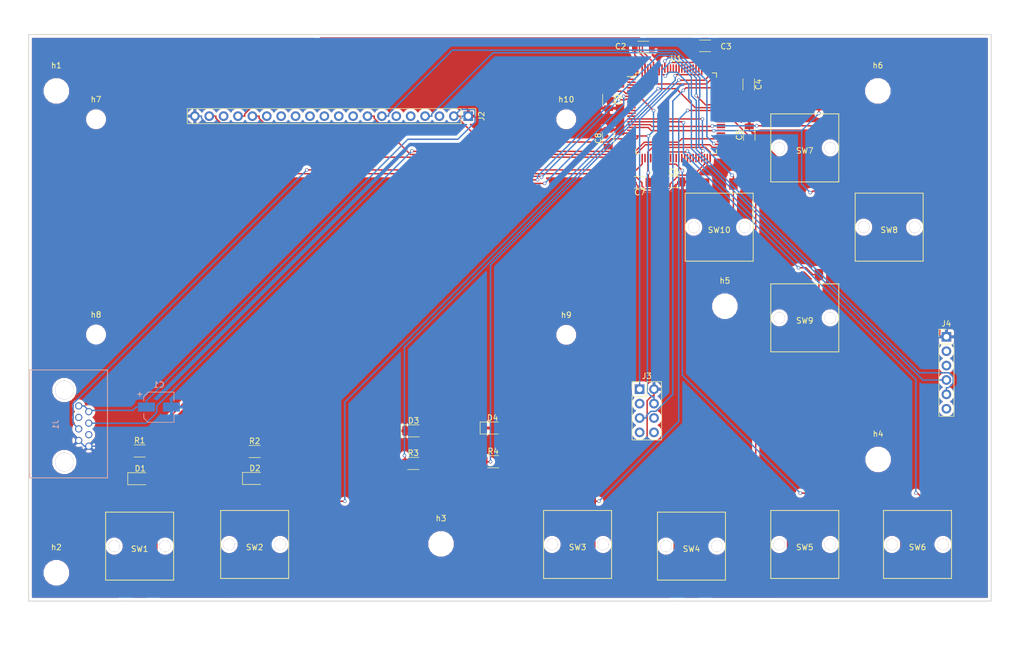
<source format=kicad_pcb>
(kicad_pcb (version 20171130) (host pcbnew 5.1.5+dfsg1-2build2)
  (layers (0 F.Cu signal) (31 B.Cu signal hide) (34 B.Paste user) (35 F.Paste user) (36 B.SilkS user) (37 F.SilkS user) (38 B.Mask user) (39 F.Mask user) (44 Edge.Cuts user))
  (net 0 "")
  (net 1 +3V3)
  (net 2 GND)
  (net 3 "Net-(D1-Pad2)")
  (net 4 "Net-(D2-Pad2)")
  (net 5 "Net-(D3-Pad2)")
  (net 6 "Net-(D4-Pad2)")
  (net 7 "Net-(J1-Pad3)")
  (net 8 /TX)
  (net 9 /RX)
  (net 10 "Net-(J1-Pad6)")
  (net 11 "Net-(J2-Pad3)")
  (net 12 "Net-(J2-Pad4)")
  (net 13 "Net-(J2-Pad5)")
  (net 14 "Net-(J2-Pad6)")
  (net 15 "Net-(J2-Pad7)")
  (net 16 "Net-(J2-Pad8)")
  (net 17 "Net-(J2-Pad9)")
  (net 18 "Net-(J2-Pad10)")
  (net 19 "Net-(J2-Pad11)")
  (net 20 "Net-(J2-Pad12)")
  (net 21 "Net-(J2-Pad13)")
  (net 22 "Net-(J2-Pad14)")
  (net 23 "Net-(J2-Pad15)")
  (net 24 "Net-(J2-Pad16)")
  (net 25 "Net-(J2-Pad17)")
  (net 26 "Net-(J2-Pad18)")
  (net 27 "Net-(J2-Pad19)")
  (net 28 "Net-(J3-Pad1)")
  (net 29 "Net-(J3-Pad3)")
  (net 30 "Net-(J3-Pad5)")
  (net 31 "Net-(J3-Pad6)")
  (net 32 "Net-(J3-Pad7)")
  (net 33 "Net-(J3-Pad8)")
  (net 34 "Net-(J4-Pad2)")
  (net 35 "Net-(J4-Pad3)")
  (net 36 "Net-(J4-Pad4)")
  (net 37 "Net-(J4-Pad5)")
  (net 38 "Net-(J4-Pad6)")
  (net 39 "Net-(R1-Pad1)")
  (net 40 "Net-(R2-Pad1)")
  (net 41 "Net-(R3-Pad1)")
  (net 42 "Net-(R4-Pad1)")
  (net 43 "Net-(SW1-Pad1)")
  (net 44 "Net-(SW2-Pad1)")
  (net 45 "Net-(SW3-Pad1)")
  (net 46 "Net-(SW4-Pad1)")
  (net 47 "Net-(SW5-Pad1)")
  (net 48 "Net-(SW6-Pad1)")
  (net 49 "Net-(SW7-Pad1)")
  (net 50 "Net-(SW8-Pad1)")
  (net 51 "Net-(SW9-Pad1)")
  (net 52 "Net-(SW10-Pad1)")
  (net 53 "Net-(SW10-Pad3)")
  (net 54 "Net-(U1-Pad9)")
  (net 55 "Net-(U1-Pad14)")
  (net 56 "Net-(U1-Pad23)")
  (net 57 "Net-(U1-Pad24)")
  (net 58 "Net-(U1-Pad29)")
  (net 59 "Net-(U1-Pad30)")
  (net 60 "Net-(U1-Pad31)")
  (net 61 "Net-(U1-Pad32)")
  (net 62 "Net-(U1-Pad35)")
  (net 63 "Net-(U1-Pad36)")
  (net 64 "Net-(U1-Pad37)")
  (net 65 "Net-(U1-Pad53)")
  (net 66 "Net-(U1-Pad67)")
  (net 67 "Net-(U1-Pad68)")
  (net 68 "Net-(U1-Pad69)")
  (net 69 "Net-(U1-Pad70)")
  (net 70 "Net-(U1-Pad71)")
  (net 71 "Net-(U1-Pad77)")
  (net 72 "Net-(U1-Pad78)")
  (net 73 "Net-(U1-Pad89)")
  (net 74 "Net-(U1-Pad90)")
  (net 75 "Net-(U1-Pad91)")
  (net 76 "Net-(U1-Pad95)")
  (module Capacitors_SMD:CP_Elec_5x5.3 (layer B.Cu) (at 88.2 107.65)
    (fp_text reference C1 (at 0 -3.92) (layer B.SilkS) (effects (justify mirror)))
    (fp_text value 100uF)
    (fp_text user + (at -3.38 -2.34) (layer B.SilkS) (effects (justify mirror)))
    (pad 1 smd rect (at -2.2 0 180) (size 3 1.6) (layers B.Cu B.Paste B.Mask) (net 1 +3V3))
    (pad 2 smd rect (at 2.2 0 180) (size 3 1.6) (layers B.Cu B.Paste B.Mask) (net 2 GND))
  )
  (module Capacitors_SMD:C_1206 (layer F.Cu) (at 173.7 44.1)
    (fp_text reference C2 (at -4 -0.1) (layer F.SilkS))
    (fp_text value 1uF)
    (pad 1 smd rect (at -1.5 0) (size 1 1.6) (layers F.Cu F.Paste F.Mask) (net 1 +3V3))
    (pad 2 smd rect (at 1.5 0) (size 1 1.6) (layers F.Cu F.Paste F.Mask) (net 2 GND))
  )
  (module Capacitors_SMD:C_1206 (layer F.Cu) (at 184.6 43.9)
    (fp_text reference C3 (at 3.7 0.1) (layer F.SilkS))
    (fp_text value .1uF)
    (pad 1 smd rect (at -1.5 0) (size 1 1.6) (layers F.Cu F.Paste F.Mask) (net 1 +3V3))
    (pad 2 smd rect (at 1.5 0) (size 1 1.6) (layers F.Cu F.Paste F.Mask) (net 2 GND))
  )
  (module Capacitors_SMD:C_1206 (layer F.Cu) (at 192.3 50.7 270)
    (fp_text reference C4 (at 0 -1.75 270) (layer F.SilkS))
    (fp_text value 1uF)
    (pad 1 smd rect (at -1.5 0 270) (size 1 1.6) (layers F.Cu F.Paste F.Mask) (net 1 +3V3))
    (pad 2 smd rect (at 1.5 0 270) (size 1 1.6) (layers F.Cu F.Paste F.Mask) (net 2 GND))
  )
  (module Capacitors_SMD:C_1206 (layer F.Cu) (at 192.4 59.6 90)
    (fp_text reference C5 (at 0 -1.75 90) (layer F.SilkS))
    (fp_text value .1uF)
    (pad 1 smd rect (at -1.5 0 90) (size 1 1.6) (layers F.Cu F.Paste F.Mask) (net 1 +3V3))
    (pad 2 smd rect (at 1.5 0 90) (size 1 1.6) (layers F.Cu F.Paste F.Mask) (net 2 GND))
  )
  (module Capacitors_SMD:C_1206 (layer F.Cu) (at 179.1 67.9)
    (fp_text reference C6 (at 0 -1.75) (layer F.SilkS))
    (fp_text value 1uF)
    (pad 1 smd rect (at -1.5 0) (size 1 1.6) (layers F.Cu F.Paste F.Mask) (net 1 +3V3))
    (pad 2 smd rect (at 1.5 0) (size 1 1.6) (layers F.Cu F.Paste F.Mask) (net 2 GND))
  )
  (module Capacitors_SMD:C_1206 (layer F.Cu) (at 173.1 68 180)
    (fp_text reference C7 (at 0 -1.75 180) (layer F.SilkS))
    (fp_text value .1uF)
    (pad 1 smd rect (at -1.5 0 180) (size 1 1.6) (layers F.Cu F.Paste F.Mask) (net 1 +3V3))
    (pad 2 smd rect (at 1.5 0 180) (size 1 1.6) (layers F.Cu F.Paste F.Mask) (net 2 GND))
  )
  (module Capacitors_SMD:C_1206 (layer F.Cu) (at 167.5 60.2 90)
    (fp_text reference C8 (at 0 -1.75 90) (layer F.SilkS))
    (fp_text value 1uF)
    (pad 1 smd rect (at -1.5 0 90) (size 1 1.6) (layers F.Cu F.Paste F.Mask) (net 1 +3V3))
    (pad 2 smd rect (at 1.5 0 90) (size 1 1.6) (layers F.Cu F.Paste F.Mask) (net 2 GND))
  )
  (module Capacitors_SMD:C_1206 (layer F.Cu) (at 167.55 53.4 270)
    (fp_text reference C9 (at 0 -1.75 270) (layer F.SilkS))
    (fp_text value .1uF)
    (pad 1 smd rect (at -1.5 0 270) (size 1 1.6) (layers F.Cu F.Paste F.Mask) (net 1 +3V3))
    (pad 2 smd rect (at 1.5 0 270) (size 1 1.6) (layers F.Cu F.Paste F.Mask) (net 2 GND))
  )
  (module Diodes_SMD:D_1206 (layer F.Cu) (at 84.9 120.3)
    (fp_text reference D1 (at 0 -1.8) (layer F.SilkS))
    (fp_text value LED)
    (pad 1 smd rect (at -1.5 0) (size 1 1.6) (layers F.Cu F.Paste F.Mask) (net 2 GND))
    (pad 2 smd rect (at 1.5 0) (size 1 1.6) (layers F.Cu F.Paste F.Mask) (net 3 "Net-(D1-Pad2)"))
  )
  (module Diodes_SMD:D_1206 (layer F.Cu) (at 105.15 120.25)
    (fp_text reference D2 (at 0 -1.8) (layer F.SilkS))
    (fp_text value LED)
    (pad 1 smd rect (at -1.5 0) (size 1 1.6) (layers F.Cu F.Paste F.Mask) (net 2 GND))
    (pad 2 smd rect (at 1.5 0) (size 1 1.6) (layers F.Cu F.Paste F.Mask) (net 4 "Net-(D2-Pad2)"))
  )
  (module Diodes_SMD:D_1206 (layer F.Cu) (at 133.15 111.85)
    (fp_text reference D3 (at 0 -1.8) (layer F.SilkS))
    (fp_text value LED)
    (pad 1 smd rect (at -1.5 0) (size 1 1.6) (layers F.Cu F.Paste F.Mask) (net 2 GND))
    (pad 2 smd rect (at 1.5 0) (size 1 1.6) (layers F.Cu F.Paste F.Mask) (net 5 "Net-(D3-Pad2)"))
  )
  (module Diodes_SMD:D_1206 (layer F.Cu) (at 147.1 111.35)
    (fp_text reference D4 (at 0 -1.8) (layer F.SilkS))
    (fp_text value LED)
    (pad 1 smd rect (at -1.5 0) (size 1 1.6) (layers F.Cu F.Paste F.Mask) (net 2 GND))
    (pad 2 smd rect (at 1.5 0) (size 1 1.6) (layers F.Cu F.Paste F.Mask) (net 6 "Net-(D4-Pad2)"))
  )
  (module Pin_Headers:Pin_Header_Straight_1x20_Pitch2.54mm (layer F.Cu) (at 142.8 56.3 270)
    (fp_text reference J2 (at 0 -2.33 270) (layer F.SilkS))
    (fp_text value Conn_01x20)
    (pad 1 thru_hole rect (at 0 0 270) (size 1.7 1.7) (drill 1) (layers *.Cu *.Mask) (net 2 GND))
    (pad 2 thru_hole oval (at 0 2.54 270) (size 1.7 1.7) (drill 1) (layers *.Cu *.Mask) (net 1 +3V3))
    (pad 3 thru_hole oval (at 0 5.08 270) (size 1.7 1.7) (drill 1) (layers *.Cu *.Mask) (net 11 "Net-(J2-Pad3)"))
    (pad 4 thru_hole oval (at 0 7.62 270) (size 1.7 1.7) (drill 1) (layers *.Cu *.Mask) (net 12 "Net-(J2-Pad4)"))
    (pad 5 thru_hole oval (at 0 10.16 270) (size 1.7 1.7) (drill 1) (layers *.Cu *.Mask) (net 13 "Net-(J2-Pad5)"))
    (pad 6 thru_hole oval (at 0 12.7 270) (size 1.7 1.7) (drill 1) (layers *.Cu *.Mask) (net 14 "Net-(J2-Pad6)"))
    (pad 7 thru_hole oval (at 0 15.24 270) (size 1.7 1.7) (drill 1) (layers *.Cu *.Mask) (net 15 "Net-(J2-Pad7)"))
    (pad 8 thru_hole oval (at 0 17.78 270) (size 1.7 1.7) (drill 1) (layers *.Cu *.Mask) (net 16 "Net-(J2-Pad8)"))
    (pad 9 thru_hole oval (at 0 20.32 270) (size 1.7 1.7) (drill 1) (layers *.Cu *.Mask) (net 17 "Net-(J2-Pad9)"))
    (pad 10 thru_hole oval (at 0 22.86 270) (size 1.7 1.7) (drill 1) (layers *.Cu *.Mask) (net 18 "Net-(J2-Pad10)"))
    (pad 11 thru_hole oval (at 0 25.4 270) (size 1.7 1.7) (drill 1) (layers *.Cu *.Mask) (net 19 "Net-(J2-Pad11)"))
    (pad 12 thru_hole oval (at 0 27.94 270) (size 1.7 1.7) (drill 1) (layers *.Cu *.Mask) (net 20 "Net-(J2-Pad12)"))
    (pad 13 thru_hole oval (at 0 30.48 270) (size 1.7 1.7) (drill 1) (layers *.Cu *.Mask) (net 21 "Net-(J2-Pad13)"))
    (pad 14 thru_hole oval (at 0 33.02 270) (size 1.7 1.7) (drill 1) (layers *.Cu *.Mask) (net 22 "Net-(J2-Pad14)"))
    (pad 15 thru_hole oval (at 0 35.56 270) (size 1.7 1.7) (drill 1) (layers *.Cu *.Mask) (net 23 "Net-(J2-Pad15)"))
    (pad 16 thru_hole oval (at 0 38.1 270) (size 1.7 1.7) (drill 1) (layers *.Cu *.Mask) (net 24 "Net-(J2-Pad16)"))
    (pad 17 thru_hole oval (at 0 40.64 270) (size 1.7 1.7) (drill 1) (layers *.Cu *.Mask) (net 25 "Net-(J2-Pad17)"))
    (pad 18 thru_hole oval (at 0 43.18 270) (size 1.7 1.7) (drill 1) (layers *.Cu *.Mask) (net 26 "Net-(J2-Pad18)"))
    (pad 19 thru_hole oval (at 0 45.72 270) (size 1.7 1.7) (drill 1) (layers *.Cu *.Mask) (net 27 "Net-(J2-Pad19)"))
    (pad 20 thru_hole oval (at 0 48.26 270) (size 1.7 1.7) (drill 1) (layers *.Cu *.Mask) (net 2 GND))
  )
  (module Resistors_SMD:R_1206 (layer F.Cu) (at 84.8 115.4)
    (fp_text reference R1 (at 0 -1.85) (layer F.SilkS))
    (fp_text value R)
    (pad 1 smd rect (at -1.45 0) (size 0.9 1.7) (layers F.Cu F.Paste F.Mask) (net 39 "Net-(R1-Pad1)"))
    (pad 2 smd rect (at 1.45 0) (size 0.9 1.7) (layers F.Cu F.Paste F.Mask) (net 3 "Net-(D1-Pad2)"))
  )
  (module Resistors_SMD:R_1206 (layer F.Cu) (at 105.1 115.5)
    (fp_text reference R2 (at 0 -1.85) (layer F.SilkS))
    (fp_text value R)
    (pad 1 smd rect (at -1.45 0) (size 0.9 1.7) (layers F.Cu F.Paste F.Mask) (net 40 "Net-(R2-Pad1)"))
    (pad 2 smd rect (at 1.45 0) (size 0.9 1.7) (layers F.Cu F.Paste F.Mask) (net 4 "Net-(D2-Pad2)"))
  )
  (module Resistors_SMD:R_1206 (layer F.Cu) (at 133.1 117.6)
    (fp_text reference R3 (at 0 -1.85) (layer F.SilkS))
    (fp_text value R)
    (pad 1 smd rect (at -1.45 0) (size 0.9 1.7) (layers F.Cu F.Paste F.Mask) (net 41 "Net-(R3-Pad1)"))
    (pad 2 smd rect (at 1.45 0) (size 0.9 1.7) (layers F.Cu F.Paste F.Mask) (net 5 "Net-(D3-Pad2)"))
  )
  (module Resistors_SMD:R_1206 (layer F.Cu) (at 147.2 117.3)
    (fp_text reference R4 (at 0 -1.85) (layer F.SilkS))
    (fp_text value R)
    (pad 1 smd rect (at -1.45 0) (size 0.9 1.7) (layers F.Cu F.Paste F.Mask) (net 42 "Net-(R4-Pad1)"))
    (pad 2 smd rect (at 1.45 0) (size 0.9 1.7) (layers F.Cu F.Paste F.Mask) (net 6 "Net-(D4-Pad2)"))
  )
  (module footprints:PTS125 (layer F.Cu) (at 84.8 132.2)
    (fp_text reference SW1 (at 0 0.5) (layer F.SilkS))
    (fp_text value TS001)
    (pad "" thru_hole circle (at -4.5 0) (size 2 2) (drill 2) (layers *.Cu *.Mask))
    (pad "" thru_hole circle (at 4.5 0) (size 2 2) (drill 2) (layers *.Cu *.Mask))
    (pad 1 smd rect (at 2.5 -7.625) (size 1.5 2) (layers F.Cu F.Paste F.Mask) (net 43 "Net-(SW1-Pad1)"))
    (pad 2 smd rect (at 2.5 7.625) (size 1.5 2) (layers F.Cu F.Paste F.Mask) (net 43 "Net-(SW1-Pad1)"))
    (pad 3 smd rect (at -2.5 -7.625) (size 1.5 2) (layers F.Cu F.Paste F.Mask) (net 2 GND))
    (pad 4 smd rect (at -2.5 7.625) (size 1.5 2) (layers F.Cu F.Paste F.Mask) (net 2 GND))
  )
  (module footprints:PTS125 (layer F.Cu) (at 105.1 131.9)
    (fp_text reference SW2 (at 0 0.5) (layer F.SilkS))
    (fp_text value TS001)
    (pad "" thru_hole circle (at -4.5 0) (size 2 2) (drill 2) (layers *.Cu *.Mask))
    (pad "" thru_hole circle (at 4.5 0) (size 2 2) (drill 2) (layers *.Cu *.Mask))
    (pad 1 smd rect (at 2.5 -7.625) (size 1.5 2) (layers F.Cu F.Paste F.Mask) (net 44 "Net-(SW2-Pad1)"))
    (pad 2 smd rect (at 2.5 7.625) (size 1.5 2) (layers F.Cu F.Paste F.Mask) (net 44 "Net-(SW2-Pad1)"))
    (pad 3 smd rect (at -2.5 -7.625) (size 1.5 2) (layers F.Cu F.Paste F.Mask) (net 2 GND))
    (pad 4 smd rect (at -2.5 7.625) (size 1.5 2) (layers F.Cu F.Paste F.Mask) (net 2 GND))
  )
  (module footprints:PTS125 (layer F.Cu) (at 162.1 131.9)
    (fp_text reference SW3 (at 0 0.5) (layer F.SilkS))
    (fp_text value TS001)
    (pad "" thru_hole circle (at -4.5 0) (size 2 2) (drill 2) (layers *.Cu *.Mask))
    (pad "" thru_hole circle (at 4.5 0) (size 2 2) (drill 2) (layers *.Cu *.Mask))
    (pad 1 smd rect (at 2.5 -7.625) (size 1.5 2) (layers F.Cu F.Paste F.Mask) (net 45 "Net-(SW3-Pad1)"))
    (pad 2 smd rect (at 2.5 7.625) (size 1.5 2) (layers F.Cu F.Paste F.Mask) (net 45 "Net-(SW3-Pad1)"))
    (pad 3 smd rect (at -2.5 -7.625) (size 1.5 2) (layers F.Cu F.Paste F.Mask) (net 2 GND))
    (pad 4 smd rect (at -2.5 7.625) (size 1.5 2) (layers F.Cu F.Paste F.Mask) (net 2 GND))
  )
  (module footprints:PTS125 (layer F.Cu) (at 182.2 132.2)
    (fp_text reference SW4 (at 0 0.5) (layer F.SilkS))
    (fp_text value TS001)
    (pad "" thru_hole circle (at -4.5 0) (size 2 2) (drill 2) (layers *.Cu *.Mask))
    (pad "" thru_hole circle (at 4.5 0) (size 2 2) (drill 2) (layers *.Cu *.Mask))
    (pad 1 smd rect (at 2.5 -7.625) (size 1.5 2) (layers F.Cu F.Paste F.Mask) (net 46 "Net-(SW4-Pad1)"))
    (pad 2 smd rect (at 2.5 7.625) (size 1.5 2) (layers F.Cu F.Paste F.Mask) (net 46 "Net-(SW4-Pad1)"))
    (pad 3 smd rect (at -2.5 -7.625) (size 1.5 2) (layers F.Cu F.Paste F.Mask) (net 2 GND))
    (pad 4 smd rect (at -2.5 7.625) (size 1.5 2) (layers F.Cu F.Paste F.Mask) (net 2 GND))
  )
  (module footprints:PTS125 (layer F.Cu) (at 202.2 131.9)
    (fp_text reference SW5 (at 0 0.5) (layer F.SilkS))
    (fp_text value TS001)
    (pad "" thru_hole circle (at -4.5 0) (size 2 2) (drill 2) (layers *.Cu *.Mask))
    (pad "" thru_hole circle (at 4.5 0) (size 2 2) (drill 2) (layers *.Cu *.Mask))
    (pad 1 smd rect (at 2.5 -7.625) (size 1.5 2) (layers F.Cu F.Paste F.Mask) (net 47 "Net-(SW5-Pad1)"))
    (pad 2 smd rect (at 2.5 7.625) (size 1.5 2) (layers F.Cu F.Paste F.Mask) (net 47 "Net-(SW5-Pad1)"))
    (pad 3 smd rect (at -2.5 -7.625) (size 1.5 2) (layers F.Cu F.Paste F.Mask) (net 2 GND))
    (pad 4 smd rect (at -2.5 7.625) (size 1.5 2) (layers F.Cu F.Paste F.Mask) (net 2 GND))
  )
  (module footprints:PTS125 (layer F.Cu) (at 222.1 131.9)
    (fp_text reference SW6 (at 0 0.5) (layer F.SilkS))
    (fp_text value TS001)
    (pad "" thru_hole circle (at -4.5 0) (size 2 2) (drill 2) (layers *.Cu *.Mask))
    (pad "" thru_hole circle (at 4.5 0) (size 2 2) (drill 2) (layers *.Cu *.Mask))
    (pad 1 smd rect (at 2.5 -7.625) (size 1.5 2) (layers F.Cu F.Paste F.Mask) (net 48 "Net-(SW6-Pad1)"))
    (pad 2 smd rect (at 2.5 7.625) (size 1.5 2) (layers F.Cu F.Paste F.Mask) (net 48 "Net-(SW6-Pad1)"))
    (pad 3 smd rect (at -2.5 -7.625) (size 1.5 2) (layers F.Cu F.Paste F.Mask) (net 2 GND))
    (pad 4 smd rect (at -2.5 7.625) (size 1.5 2) (layers F.Cu F.Paste F.Mask) (net 2 GND))
  )
  (module footprints:PTS125 (layer F.Cu) (at 202.2 61.9)
    (fp_text reference SW7 (at 0 0.5) (layer F.SilkS))
    (fp_text value TS001)
    (pad "" thru_hole circle (at -4.5 0) (size 2 2) (drill 2) (layers *.Cu *.Mask))
    (pad "" thru_hole circle (at 4.5 0) (size 2 2) (drill 2) (layers *.Cu *.Mask))
    (pad 1 smd rect (at 2.5 -7.625) (size 1.5 2) (layers F.Cu F.Paste F.Mask) (net 49 "Net-(SW7-Pad1)"))
    (pad 2 smd rect (at 2.5 7.625) (size 1.5 2) (layers F.Cu F.Paste F.Mask) (net 49 "Net-(SW7-Pad1)"))
    (pad 3 smd rect (at -2.5 -7.625) (size 1.5 2) (layers F.Cu F.Paste F.Mask) (net 2 GND))
    (pad 4 smd rect (at -2.5 7.625) (size 1.5 2) (layers F.Cu F.Paste F.Mask) (net 2 GND))
  )
  (module footprints:PTS125 (layer F.Cu) (at 217.1 75.9)
    (fp_text reference SW8 (at 0 0.5) (layer F.SilkS))
    (fp_text value TS001)
    (pad "" thru_hole circle (at -4.5 0) (size 2 2) (drill 2) (layers *.Cu *.Mask))
    (pad "" thru_hole circle (at 4.5 0) (size 2 2) (drill 2) (layers *.Cu *.Mask))
    (pad 1 smd rect (at 2.5 -7.625) (size 1.5 2) (layers F.Cu F.Paste F.Mask) (net 50 "Net-(SW8-Pad1)"))
    (pad 2 smd rect (at 2.5 7.625) (size 1.5 2) (layers F.Cu F.Paste F.Mask) (net 50 "Net-(SW8-Pad1)"))
    (pad 3 smd rect (at -2.5 -7.625) (size 1.5 2) (layers F.Cu F.Paste F.Mask) (net 2 GND))
    (pad 4 smd rect (at -2.5 7.625) (size 1.5 2) (layers F.Cu F.Paste F.Mask) (net 2 GND))
  )
  (module footprints:PTS125 (layer F.Cu) (at 202.2 91.9)
    (fp_text reference SW9 (at 0 0.5) (layer F.SilkS))
    (fp_text value TS001)
    (pad "" thru_hole circle (at -4.5 0) (size 2 2) (drill 2) (layers *.Cu *.Mask))
    (pad "" thru_hole circle (at 4.5 0) (size 2 2) (drill 2) (layers *.Cu *.Mask))
    (pad 1 smd rect (at 2.5 -7.625) (size 1.5 2) (layers F.Cu F.Paste F.Mask) (net 51 "Net-(SW9-Pad1)"))
    (pad 2 smd rect (at 2.5 7.625) (size 1.5 2) (layers F.Cu F.Paste F.Mask) (net 51 "Net-(SW9-Pad1)"))
    (pad 3 smd rect (at -2.5 -7.625) (size 1.5 2) (layers F.Cu F.Paste F.Mask) (net 2 GND))
    (pad 4 smd rect (at -2.5 7.625) (size 1.5 2) (layers F.Cu F.Paste F.Mask) (net 2 GND))
  )
  (module footprints:PTS125 (layer F.Cu) (at 187.1 75.9)
    (fp_text reference SW10 (at 0 0.5) (layer F.SilkS))
    (fp_text value TS001)
    (pad "" thru_hole circle (at -4.5 0) (size 2 2) (drill 2) (layers *.Cu *.Mask))
    (pad "" thru_hole circle (at 4.5 0) (size 2 2) (drill 2) (layers *.Cu *.Mask))
    (pad 1 smd rect (at 2.5 -7.625) (size 1.5 2) (layers F.Cu F.Paste F.Mask) (net 52 "Net-(SW10-Pad1)"))
    (pad 2 smd rect (at 2.5 7.625) (size 1.5 2) (layers F.Cu F.Paste F.Mask) (net 52 "Net-(SW10-Pad1)"))
    (pad 3 smd rect (at -2.5 -7.625) (size 1.5 2) (layers F.Cu F.Paste F.Mask) (net 53 "Net-(SW10-Pad3)"))
    (pad 4 smd rect (at -2.5 7.625) (size 1.5 2) (layers F.Cu F.Paste F.Mask) (net 2 GND))
  )
  (module Housings_QFP:LQFP-100_14x14mm_Pitch0.5mm (layer F.Cu) (at 179.5 55.8)
    (fp_text reference U1 (at 0 -9.65) (layer F.SilkS))
    (fp_text value "STM32F303V(B-C)Tx_u")
    (pad 1 smd rect (at -7.9 -6) (size 1.5 0.28) (layers F.Cu F.Paste F.Mask))
    (pad 2 smd rect (at -7.9 -5.5) (size 1.5 0.28) (layers F.Cu F.Paste F.Mask))
    (pad 3 smd rect (at -7.9 -5) (size 1.5 0.28) (layers F.Cu F.Paste F.Mask))
    (pad 4 smd rect (at -7.9 -4.5) (size 1.5 0.28) (layers F.Cu F.Paste F.Mask))
    (pad 5 smd rect (at -7.9 -4) (size 1.5 0.28) (layers F.Cu F.Paste F.Mask))
    (pad 6 smd rect (at -7.9 -3.5) (size 1.5 0.28) (layers F.Cu F.Paste F.Mask) (net 1 +3V3))
    (pad 7 smd rect (at -7.9 -3) (size 1.5 0.28) (layers F.Cu F.Paste F.Mask) (net 40 "Net-(R2-Pad1)"))
    (pad 8 smd rect (at -7.9 -2.5) (size 1.5 0.28) (layers F.Cu F.Paste F.Mask) (net 39 "Net-(R1-Pad1)"))
    (pad 9 smd rect (at -7.9 -2) (size 1.5 0.28) (layers F.Cu F.Paste F.Mask) (net 54 "Net-(U1-Pad9)"))
    (pad 10 smd rect (at -7.9 -1.5) (size 1.5 0.28) (layers F.Cu F.Paste F.Mask))
    (pad 11 smd rect (at -7.9 -1) (size 1.5 0.28) (layers F.Cu F.Paste F.Mask))
    (pad 12 smd rect (at -7.9 -0.5) (size 1.5 0.28) (layers F.Cu F.Paste F.Mask))
    (pad 13 smd rect (at -7.9 0) (size 1.5 0.28) (layers F.Cu F.Paste F.Mask))
    (pad 14 smd rect (at -7.9 0.5) (size 1.5 0.28) (layers F.Cu F.Paste F.Mask) (net 55 "Net-(U1-Pad14)"))
    (pad 15 smd rect (at -7.9 1) (size 1.5 0.28) (layers F.Cu F.Paste F.Mask) (net 52 "Net-(SW10-Pad1)"))
    (pad 16 smd rect (at -7.9 1.5) (size 1.5 0.28) (layers F.Cu F.Paste F.Mask) (net 51 "Net-(SW9-Pad1)"))
    (pad 17 smd rect (at -7.9 2) (size 1.5 0.28) (layers F.Cu F.Paste F.Mask) (net 50 "Net-(SW8-Pad1)"))
    (pad 18 smd rect (at -7.9 2.5) (size 1.5 0.28) (layers F.Cu F.Paste F.Mask) (net 49 "Net-(SW7-Pad1)"))
    (pad 19 smd rect (at -7.9 3) (size 1.5 0.28) (layers F.Cu F.Paste F.Mask))
    (pad 20 smd rect (at -7.9 3.5) (size 1.5 0.28) (layers F.Cu F.Paste F.Mask) (net 2 GND))
    (pad 21 smd rect (at -7.9 4) (size 1.5 0.28) (layers F.Cu F.Paste F.Mask) (net 1 +3V3))
    (pad 22 smd rect (at -7.9 4.5) (size 1.5 0.28) (layers F.Cu F.Paste F.Mask) (net 1 +3V3))
    (pad 23 smd rect (at -7.9 5) (size 1.5 0.28) (layers F.Cu F.Paste F.Mask) (net 56 "Net-(U1-Pad23)"))
    (pad 24 smd rect (at -7.9 5.5) (size 1.5 0.28) (layers F.Cu F.Paste F.Mask) (net 57 "Net-(U1-Pad24)"))
    (pad 25 smd rect (at -7.9 6) (size 1.5 0.28) (layers F.Cu F.Paste F.Mask) (net 8 /TX))
    (pad 26 smd rect (at -6 7.9 90) (size 1.5 0.28) (layers F.Cu F.Paste F.Mask) (net 9 /RX))
    (pad 27 smd rect (at -5.5 7.9 90) (size 1.5 0.28) (layers F.Cu F.Paste F.Mask))
    (pad 28 smd rect (at -5 7.9 90) (size 1.5 0.28) (layers F.Cu F.Paste F.Mask) (net 1 +3V3))
    (pad 29 smd rect (at -4.5 7.9 90) (size 1.5 0.28) (layers F.Cu F.Paste F.Mask) (net 58 "Net-(U1-Pad29)"))
    (pad 30 smd rect (at -4 7.9 90) (size 1.5 0.28) (layers F.Cu F.Paste F.Mask) (net 59 "Net-(U1-Pad30)"))
    (pad 31 smd rect (at -3.5 7.9 90) (size 1.5 0.28) (layers F.Cu F.Paste F.Mask) (net 60 "Net-(U1-Pad31)"))
    (pad 32 smd rect (at -3 7.9 90) (size 1.5 0.28) (layers F.Cu F.Paste F.Mask) (net 61 "Net-(U1-Pad32)"))
    (pad 33 smd rect (at -2.5 7.9 90) (size 1.5 0.28) (layers F.Cu F.Paste F.Mask) (net 48 "Net-(SW6-Pad1)"))
    (pad 34 smd rect (at -2 7.9 90) (size 1.5 0.28) (layers F.Cu F.Paste F.Mask) (net 47 "Net-(SW5-Pad1)"))
    (pad 35 smd rect (at -1.5 7.9 90) (size 1.5 0.28) (layers F.Cu F.Paste F.Mask) (net 62 "Net-(U1-Pad35)"))
    (pad 36 smd rect (at -1 7.9 90) (size 1.5 0.28) (layers F.Cu F.Paste F.Mask) (net 63 "Net-(U1-Pad36)"))
    (pad 37 smd rect (at -0.5 7.9 90) (size 1.5 0.28) (layers F.Cu F.Paste F.Mask) (net 64 "Net-(U1-Pad37)"))
    (pad 38 smd rect (at 0 7.9 90) (size 1.5 0.28) (layers F.Cu F.Paste F.Mask))
    (pad 39 smd rect (at 0.5 7.9 90) (size 1.5 0.28) (layers F.Cu F.Paste F.Mask))
    (pad 40 smd rect (at 1 7.9 90) (size 1.5 0.28) (layers F.Cu F.Paste F.Mask))
    (pad 41 smd rect (at 1.5 7.9 90) (size 1.5 0.28) (layers F.Cu F.Paste F.Mask))
    (pad 42 smd rect (at 2 7.9 90) (size 1.5 0.28) (layers F.Cu F.Paste F.Mask))
    (pad 43 smd rect (at 2.5 7.9 90) (size 1.5 0.28) (layers F.Cu F.Paste F.Mask))
    (pad 44 smd rect (at 3 7.9 90) (size 1.5 0.28) (layers F.Cu F.Paste F.Mask))
    (pad 45 smd rect (at 3.5 7.9 90) (size 1.5 0.28) (layers F.Cu F.Paste F.Mask))
    (pad 46 smd rect (at 4 7.9 90) (size 1.5 0.28) (layers F.Cu F.Paste F.Mask))
    (pad 47 smd rect (at 4.5 7.9 90) (size 1.5 0.28) (layers F.Cu F.Paste F.Mask) (net 12 "Net-(J2-Pad4)"))
    (pad 48 smd rect (at 5 7.9 90) (size 1.5 0.28) (layers F.Cu F.Paste F.Mask) (net 27 "Net-(J2-Pad19)"))
    (pad 49 smd rect (at 5.5 7.9 90) (size 1.5 0.28) (layers F.Cu F.Paste F.Mask) (net 2 GND))
    (pad 50 smd rect (at 6 7.9 90) (size 1.5 0.28) (layers F.Cu F.Paste F.Mask) (net 1 +3V3))
    (pad 51 smd rect (at 7.9 6) (size 1.5 0.28) (layers F.Cu F.Paste F.Mask) (net 24 "Net-(J2-Pad16)"))
    (pad 52 smd rect (at 7.9 5.5) (size 1.5 0.28) (layers F.Cu F.Paste F.Mask) (net 15 "Net-(J2-Pad7)"))
    (pad 53 smd rect (at 7.9 5) (size 1.5 0.28) (layers F.Cu F.Paste F.Mask) (net 65 "Net-(U1-Pad53)"))
    (pad 54 smd rect (at 7.9 4.5) (size 1.5 0.28) (layers F.Cu F.Paste F.Mask) (net 16 "Net-(J2-Pad8)"))
    (pad 55 smd rect (at 7.9 4) (size 1.5 0.28) (layers F.Cu F.Paste F.Mask))
    (pad 56 smd rect (at 7.9 3.5) (size 1.5 0.28) (layers F.Cu F.Paste F.Mask))
    (pad 57 smd rect (at 7.9 3) (size 1.5 0.28) (layers F.Cu F.Paste F.Mask))
    (pad 58 smd rect (at 7.9 2.5) (size 1.5 0.28) (layers F.Cu F.Paste F.Mask))
    (pad 59 smd rect (at 7.9 2) (size 1.5 0.28) (layers F.Cu F.Paste F.Mask))
    (pad 60 smd rect (at 7.9 1.5) (size 1.5 0.28) (layers F.Cu F.Paste F.Mask))
    (pad 61 smd rect (at 7.9 1) (size 1.5 0.28) (layers F.Cu F.Paste F.Mask))
    (pad 62 smd rect (at 7.9 0.5) (size 1.5 0.28) (layers F.Cu F.Paste F.Mask))
    (pad 63 smd rect (at 7.9 0) (size 1.5 0.28) (layers F.Cu F.Paste F.Mask) (net 46 "Net-(SW4-Pad1)"))
    (pad 64 smd rect (at 7.9 -0.5) (size 1.5 0.28) (layers F.Cu F.Paste F.Mask) (net 45 "Net-(SW3-Pad1)"))
    (pad 65 smd rect (at 7.9 -1) (size 1.5 0.28) (layers F.Cu F.Paste F.Mask) (net 44 "Net-(SW2-Pad1)"))
    (pad 66 smd rect (at 7.9 -1.5) (size 1.5 0.28) (layers F.Cu F.Paste F.Mask) (net 43 "Net-(SW1-Pad1)"))
    (pad 67 smd rect (at 7.9 -2) (size 1.5 0.28) (layers F.Cu F.Paste F.Mask) (net 66 "Net-(U1-Pad67)"))
    (pad 68 smd rect (at 7.9 -2.5) (size 1.5 0.28) (layers F.Cu F.Paste F.Mask) (net 67 "Net-(U1-Pad68)"))
    (pad 69 smd rect (at 7.9 -3) (size 1.5 0.28) (layers F.Cu F.Paste F.Mask) (net 68 "Net-(U1-Pad69)"))
    (pad 70 smd rect (at 7.9 -3.5) (size 1.5 0.28) (layers F.Cu F.Paste F.Mask) (net 69 "Net-(U1-Pad70)"))
    (pad 71 smd rect (at 7.9 -4) (size 1.5 0.28) (layers F.Cu F.Paste F.Mask) (net 70 "Net-(U1-Pad71)"))
    (pad 72 smd rect (at 7.9 -4.5) (size 1.5 0.28) (layers F.Cu F.Paste F.Mask) (net 30 "Net-(J3-Pad5)"))
    (pad 73 smd rect (at 7.9 -5) (size 1.5 0.28) (layers F.Cu F.Paste F.Mask))
    (pad 74 smd rect (at 7.9 -5.5) (size 1.5 0.28) (layers F.Cu F.Paste F.Mask) (net 2 GND))
    (pad 75 smd rect (at 7.9 -6) (size 1.5 0.28) (layers F.Cu F.Paste F.Mask) (net 1 +3V3))
    (pad 76 smd rect (at 6 -7.9 90) (size 1.5 0.28) (layers F.Cu F.Paste F.Mask) (net 28 "Net-(J3-Pad1)"))
    (pad 77 smd rect (at 5.5 -7.9 90) (size 1.5 0.28) (layers F.Cu F.Paste F.Mask) (net 71 "Net-(U1-Pad77)"))
    (pad 78 smd rect (at 5 -7.9 90) (size 1.5 0.28) (layers F.Cu F.Paste F.Mask) (net 72 "Net-(U1-Pad78)"))
    (pad 79 smd rect (at 4.5 -7.9 90) (size 1.5 0.28) (layers F.Cu F.Paste F.Mask) (net 42 "Net-(R4-Pad1)"))
    (pad 80 smd rect (at 4 -7.9 90) (size 1.5 0.28) (layers F.Cu F.Paste F.Mask) (net 41 "Net-(R3-Pad1)"))
    (pad 81 smd rect (at 3.5 -7.9 90) (size 1.5 0.28) (layers F.Cu F.Paste F.Mask))
    (pad 82 smd rect (at 3 -7.9 90) (size 1.5 0.28) (layers F.Cu F.Paste F.Mask))
    (pad 83 smd rect (at 2.5 -7.9 90) (size 1.5 0.28) (layers F.Cu F.Paste F.Mask))
    (pad 84 smd rect (at 2 -7.9 90) (size 1.5 0.28) (layers F.Cu F.Paste F.Mask))
    (pad 85 smd rect (at 1.5 -7.9 90) (size 1.5 0.28) (layers F.Cu F.Paste F.Mask))
    (pad 86 smd rect (at 1 -7.9 90) (size 1.5 0.28) (layers F.Cu F.Paste F.Mask))
    (pad 87 smd rect (at 0.5 -7.9 90) (size 1.5 0.28) (layers F.Cu F.Paste F.Mask))
    (pad 88 smd rect (at 0 -7.9 90) (size 1.5 0.28) (layers F.Cu F.Paste F.Mask))
    (pad 89 smd rect (at -0.5 -7.9 90) (size 1.5 0.28) (layers F.Cu F.Paste F.Mask) (net 73 "Net-(U1-Pad89)"))
    (pad 90 smd rect (at -1 -7.9 90) (size 1.5 0.28) (layers F.Cu F.Paste F.Mask) (net 74 "Net-(U1-Pad90)"))
    (pad 91 smd rect (at -1.5 -7.9 90) (size 1.5 0.28) (layers F.Cu F.Paste F.Mask) (net 75 "Net-(U1-Pad91)"))
    (pad 92 smd rect (at -2 -7.9 90) (size 1.5 0.28) (layers F.Cu F.Paste F.Mask) (net 37 "Net-(J4-Pad5)"))
    (pad 93 smd rect (at -2.5 -7.9 90) (size 1.5 0.28) (layers F.Cu F.Paste F.Mask) (net 36 "Net-(J4-Pad4)"))
    (pad 94 smd rect (at -3 -7.9 90) (size 1.5 0.28) (layers F.Cu F.Paste F.Mask) (net 2 GND))
    (pad 95 smd rect (at -3.5 -7.9 90) (size 1.5 0.28) (layers F.Cu F.Paste F.Mask) (net 76 "Net-(U1-Pad95)"))
    (pad 96 smd rect (at -4 -7.9 90) (size 1.5 0.28) (layers F.Cu F.Paste F.Mask) (net 25 "Net-(J2-Pad17)"))
    (pad 97 smd rect (at -4.5 -7.9 90) (size 1.5 0.28) (layers F.Cu F.Paste F.Mask))
    (pad 98 smd rect (at -5 -7.9 90) (size 1.5 0.28) (layers F.Cu F.Paste F.Mask))
    (pad 99 smd rect (at -5.5 -7.9 90) (size 1.5 0.28) (layers F.Cu F.Paste F.Mask) (net 2 GND))
    (pad 100 smd rect (at -6 -7.9 90) (size 1.5 0.28) (layers F.Cu F.Paste F.Mask) (net 1 +3V3))
  )
  (module footprints:RJ45 (layer B.Cu) (at 71.5 117.35 90)
    (fp_text reference J1 (at 6.604 -1.524 90) (layer B.SilkS) (effects (justify mirror)))
    (fp_text value Conn_01x08)
    (pad "" thru_hole circle (at 0 0 90) (size 3.25 3.25) (drill 3.25) (layers *.Cu *.Mask))
    (pad "" thru_hole circle (at 12.7 0 90) (size 3.25 3.25) (drill 3.25) (layers *.Cu *.Mask))
    (pad 8 thru_hole circle (at 2.794 4.318 90) (size 1.27 1.27) (drill 0.889) (layers *.Cu *.Mask) (net 2 GND))
    (pad 7 thru_hole circle (at 3.81 2.54 90) (size 1.27 1.27) (drill 0.889) (layers *.Cu *.Mask) (net 2 GND))
    (pad 6 thru_hole circle (at 4.826 4.318 90) (size 1.27 1.27) (drill 0.889) (layers *.Cu *.Mask) (net 10 "Net-(J1-Pad6)"))
    (pad 5 thru_hole circle (at 5.842 2.54 90) (size 1.27 1.27) (drill 0.889) (layers *.Cu *.Mask) (net 9 /RX))
    (pad 4 thru_hole circle (at 6.858 4.318 90) (size 1.27 1.27) (drill 0.889) (layers *.Cu *.Mask) (net 8 /TX))
    (pad 3 thru_hole circle (at 7.874 2.54 90) (size 1.27 1.27) (drill 0.889) (layers *.Cu *.Mask) (net 7 "Net-(J1-Pad3)"))
    (pad 2 thru_hole circle (at 8.89 4.318 90) (size 1.27 1.27) (drill 0.889) (layers *.Cu *.Mask) (net 1 +3V3))
    (pad 1 thru_hole circle (at 9.906 2.54 90) (size 1.27 1.27) (drill 0.889) (layers *.Cu *.Mask) (net 1 +3V3))
  )
  (module Pin_Headers:Pin_Header_Straight_1x06_Pitch2.54mm (layer F.Cu) (at 227.2 95.25)
    (fp_text reference J4 (at 0 -2.33) (layer F.SilkS))
    (fp_text value Conn_01x06)
    (pad 1 thru_hole rect (at 0 0) (size 1.7 1.7) (drill 1) (layers *.Cu *.Mask) (net 2 GND))
    (pad 2 thru_hole oval (at 0 2.54) (size 1.7 1.7) (drill 1) (layers *.Cu *.Mask) (net 34 "Net-(J4-Pad2)"))
    (pad 3 thru_hole oval (at 0 5.08) (size 1.7 1.7) (drill 1) (layers *.Cu *.Mask) (net 35 "Net-(J4-Pad3)"))
    (pad 4 thru_hole oval (at 0 7.62) (size 1.7 1.7) (drill 1) (layers *.Cu *.Mask) (net 36 "Net-(J4-Pad4)"))
    (pad 5 thru_hole oval (at 0 10.16) (size 1.7 1.7) (drill 1) (layers *.Cu *.Mask) (net 37 "Net-(J4-Pad5)"))
    (pad 6 thru_hole oval (at 0 12.7) (size 1.7 1.7) (drill 1) (layers *.Cu *.Mask) (net 38 "Net-(J4-Pad6)"))
  )
  (module Mounting_Holes:MountingHole_3.5mm (layer F.Cu) (at 70.1 136.9)
    (fp_text reference h2 (at 0 -4.5) (layer F.SilkS))
    (fp_text value MountingHole_3.5mm)
    (pad 1 np_thru_hole circle (at 0 0) (size 3.5 3.5) (drill 3.5) (layers *.Cu *.Mask))
  )
  (module Mounting_Holes:MountingHole_3.5mm (layer F.Cu) (at 70.1 51.85)
    (fp_text reference h1 (at 0 -4.5) (layer F.SilkS))
    (fp_text value MountingHole_3.5mm)
    (pad 1 np_thru_hole circle (at 0 0) (size 3.5 3.5) (drill 3.5) (layers *.Cu *.Mask))
  )
  (module Mounting_Holes:MountingHole_3.5mm (layer F.Cu) (at 215.15 116.9)
    (fp_text reference h4 (at 0 -4.5) (layer F.SilkS))
    (fp_text value MountingHole_3.5mm)
    (pad 1 np_thru_hole circle (at 0 0) (size 3.5 3.5) (drill 3.5) (layers *.Cu *.Mask))
  )
  (module Mounting_Holes:MountingHole_3.5mm (layer F.Cu) (at 188.1 89.85)
    (fp_text reference h5 (at 0 -4.5) (layer F.SilkS))
    (fp_text value MountingHole_3.5mm)
    (pad 1 np_thru_hole circle (at 0 0) (size 3.5 3.5) (drill 3.5) (layers *.Cu *.Mask))
  )
  (module Mounting_Holes:MountingHole_3.5mm (layer F.Cu) (at 215.1 51.85)
    (fp_text reference h6 (at 0 -4.5) (layer F.SilkS))
    (fp_text value MountingHole_3.5mm)
    (pad 1 np_thru_hole circle (at 0 0) (size 3.5 3.5) (drill 3.5) (layers *.Cu *.Mask))
  )
  (module Mounting_Holes:MountingHole_3.5mm (layer F.Cu) (at 138 131.8)
    (fp_text reference h3 (at 0 -4.5) (layer F.SilkS))
    (fp_text value MountingHole_3.5mm)
    (pad 1 np_thru_hole circle (at 0 0) (size 3.5 3.5) (drill 3.5) (layers *.Cu *.Mask))
  )
  (module Mounting_Holes:MountingHole_2.5mm (layer F.Cu) (at 160.1 94.9)
    (fp_text reference h9 (at 0 -3.5) (layer F.SilkS))
    (fp_text value MountingHole_2.5mm)
    (pad 1 np_thru_hole circle (at 0 0) (size 2.5 2.5) (drill 2.5) (layers *.Cu *.Mask))
  )
  (module Mounting_Holes:MountingHole_2.5mm (layer F.Cu) (at 160.1 56.85)
    (fp_text reference h10 (at 0 -3.5) (layer F.SilkS))
    (fp_text value MountingHole_2.5mm)
    (pad 1 np_thru_hole circle (at 0 0) (size 2.5 2.5) (drill 2.5) (layers *.Cu *.Mask))
  )
  (module Mounting_Holes:MountingHole_2.5mm (layer F.Cu) (at 77.1 56.85)
    (fp_text reference h7 (at 0 -3.5) (layer F.SilkS))
    (fp_text value MountingHole_2.5mm)
    (pad 1 np_thru_hole circle (at 0 0) (size 2.5 2.5) (drill 2.5) (layers *.Cu *.Mask))
  )
  (module Mounting_Holes:MountingHole_2.5mm (layer F.Cu) (at 77.1 94.85)
    (fp_text reference h8 (at 0 -3.5) (layer F.SilkS))
    (fp_text value MountingHole_2.5mm)
    (pad 1 np_thru_hole circle (at 0 0) (size 2.5 2.5) (drill 2.5) (layers *.Cu *.Mask))
  )
  (module Pin_Headers:Pin_Header_Straight_2x04_Pitch2.54mm (layer F.Cu) (at 173.05 104.5)
    (fp_text reference J3 (at 1.27 -2.33) (layer F.SilkS))
    (fp_text value Conn_02x04_Odd_Even)
    (pad 1 thru_hole rect (at 0 0) (size 1.7 1.7) (drill 1) (layers *.Cu *.Mask) (net 28 "Net-(J3-Pad1)"))
    (pad 2 thru_hole oval (at 2.54 0) (size 1.7 1.7) (drill 1) (layers *.Cu *.Mask) (net 2 GND))
    (pad 3 thru_hole oval (at 0 2.54) (size 1.7 1.7) (drill 1) (layers *.Cu *.Mask) (net 29 "Net-(J3-Pad3)"))
    (pad 4 thru_hole oval (at 2.54 2.54) (size 1.7 1.7) (drill 1) (layers *.Cu *.Mask) (net 1 +3V3))
    (pad 5 thru_hole oval (at 0 5.08) (size 1.7 1.7) (drill 1) (layers *.Cu *.Mask) (net 30 "Net-(J3-Pad5)"))
    (pad 6 thru_hole oval (at 2.54 5.08) (size 1.7 1.7) (drill 1) (layers *.Cu *.Mask) (net 31 "Net-(J3-Pad6)"))
    (pad 7 thru_hole oval (at 0 7.62) (size 1.7 1.7) (drill 1) (layers *.Cu *.Mask) (net 32 "Net-(J3-Pad7)"))
    (pad 8 thru_hole oval (at 2.54 7.62) (size 1.7 1.7) (drill 1) (layers *.Cu *.Mask) (net 33 "Net-(J3-Pad8)"))
  )
  (gr_line (start 65.2 141.9) (end 65.2 41.9) (angle 90) (layer Edge.Cuts) (width 0.15))
  (gr_line (start 235.1 141.9) (end 65.2 141.9) (angle 90) (layer Edge.Cuts) (width 0.15))
  (gr_line (start 235.1 41.9) (end 235.1 141.9) (angle 90) (layer Edge.Cuts) (width 0.15))
  (gr_line (start 65.2 41.9) (end 235.1 41.9) (angle 90) (layer Edge.Cuts) (width 0.15))
  (via (at 174.5971 66.2877) (size 0.6) (layers F.Cu B.Cu) (net 1))
  (via (at 174.5971 59.8) (size 0.6) (layers F.Cu B.Cu) (net 1))
  (via (at 175.5037 55.3206) (size 0.6) (layers F.Cu B.Cu) (net 1))
  (segment (start 75.0179 107.444) (end 75.818 108.2441) (width 0.25) (layer B.Cu) (net 1))
  (segment (start 74.04 107.444) (end 75.0179 107.444) (width 0.25) (layer B.Cu) (net 1))
  (segment (start 75.818 108.2441) (end 75.818 108.46) (width 0.25) (layer B.Cu) (net 1))
  (segment (start 83.5806 108.2441) (end 84.1747 107.65) (width 0.25) (layer B.Cu) (net 1))
  (segment (start 75.818 108.2441) (end 83.5806 108.2441) (width 0.25) (layer B.Cu) (net 1))
  (segment (start 86 107.65) (end 84.1747 107.65) (width 0.25) (layer B.Cu) (net 1))
  (segment (start 171.6 60.3) (end 170.5247 60.3) (width 0.25) (layer F.Cu) (net 1))
  (segment (start 190.5747 49.8) (end 191.1747 49.2) (width 0.25) (layer F.Cu) (net 1))
  (segment (start 187.4 49.8) (end 190.5747 49.8) (width 0.25) (layer F.Cu) (net 1))
  (segment (start 192.3 49.2) (end 191.1747 49.2) (width 0.25) (layer F.Cu) (net 1))
  (segment (start 167.55 51.9) (end 168.6753 51.9) (width 0.25) (layer F.Cu) (net 1))
  (segment (start 174.5971 66.8718) (end 174.5971 66.2877) (width 0.25) (layer F.Cu) (net 1))
  (segment (start 174.6 66.8747) (end 174.5971 66.8718) (width 0.25) (layer F.Cu) (net 1))
  (segment (start 174.6 68) (end 174.6 66.8747) (width 0.25) (layer F.Cu) (net 1))
  (segment (start 175.5253 67.9) (end 175.4253 68) (width 0.25) (layer F.Cu) (net 1))
  (segment (start 177.6 67.9) (end 175.5253 67.9) (width 0.25) (layer F.Cu) (net 1))
  (segment (start 174.6 68) (end 175.4253 68) (width 0.25) (layer F.Cu) (net 1))
  (segment (start 167.5 61.7) (end 167.5 60.8747) (width 0.25) (layer F.Cu) (net 1))
  (segment (start 168.0747 60.3) (end 167.5 60.8747) (width 0.25) (layer F.Cu) (net 1))
  (segment (start 170.5247 60.3) (end 168.0747 60.3) (width 0.25) (layer F.Cu) (net 1))
  (segment (start 145.202 60.8747) (end 167.5 60.8747) (width 0.25) (layer F.Cu) (net 1))
  (segment (start 141.4353 57.108) (end 145.202 60.8747) (width 0.25) (layer F.Cu) (net 1))
  (segment (start 141.4353 56.3) (end 141.4353 57.108) (width 0.25) (layer F.Cu) (net 1))
  (segment (start 140.26 56.3) (end 141.4353 56.3) (width 0.25) (layer F.Cu) (net 1))
  (segment (start 171.6 52.3) (end 172.6753 52.3) (width 0.25) (layer F.Cu) (net 1))
  (segment (start 187.4 49.8) (end 186.3247 49.8) (width 0.25) (layer F.Cu) (net 1))
  (segment (start 172.6753 59.8) (end 174.5971 59.8) (width 0.25) (layer F.Cu) (net 1))
  (segment (start 174.5971 66.2877) (end 174.5971 59.8) (width 0.25) (layer B.Cu) (net 1))
  (segment (start 172.1377 60.3) (end 172.1 60.3) (width 0.25) (layer F.Cu) (net 1))
  (segment (start 171.6 60.3) (end 172.1 60.3) (width 0.25) (layer F.Cu) (net 1))
  (segment (start 171.6 59.8) (end 172.6753 59.8) (width 0.25) (layer F.Cu) (net 1))
  (segment (start 172.1377 60.3) (end 172.5243 60.3) (width 0.25) (layer F.Cu) (net 1))
  (segment (start 172.6753 60.149) (end 172.6753 59.8) (width 0.25) (layer F.Cu) (net 1))
  (segment (start 172.5243 60.3) (end 172.6753 60.149) (width 0.25) (layer F.Cu) (net 1))
  (segment (start 170.2258 51.9) (end 168.6753 51.9) (width 0.25) (layer F.Cu) (net 1))
  (segment (start 170.6258 52.3) (end 170.2258 51.9) (width 0.25) (layer F.Cu) (net 1))
  (segment (start 171.6 52.3) (end 170.6258 52.3) (width 0.25) (layer F.Cu) (net 1))
  (segment (start 132.1527 60.372) (end 86 106.5247) (width 0.25) (layer B.Cu) (net 1))
  (segment (start 140.9886 60.372) (end 132.1527 60.372) (width 0.25) (layer B.Cu) (net 1))
  (segment (start 143.9871 57.3735) (end 140.9886 60.372) (width 0.25) (layer B.Cu) (net 1))
  (segment (start 143.9871 55.2786) (end 143.9871 57.3735) (width 0.25) (layer B.Cu) (net 1))
  (segment (start 143.8332 55.1247) (end 143.9871 55.2786) (width 0.25) (layer B.Cu) (net 1))
  (segment (start 141.4353 55.1247) (end 143.8332 55.1247) (width 0.25) (layer B.Cu) (net 1))
  (segment (start 140.26 56.3) (end 141.4353 55.1247) (width 0.25) (layer B.Cu) (net 1))
  (segment (start 86 107.65) (end 86 106.5247) (width 0.25) (layer B.Cu) (net 1))
  (segment (start 186.0034 49.4787) (end 186.3247 49.8) (width 0.25) (layer F.Cu) (net 1))
  (segment (start 185.9939 49.4787) (end 186.0034 49.4787) (width 0.25) (layer F.Cu) (net 1))
  (segment (start 185.9939 45.9686) (end 183.9253 43.9) (width 0.25) (layer F.Cu) (net 1))
  (segment (start 185.9939 49.4787) (end 185.9939 45.9686) (width 0.25) (layer F.Cu) (net 1))
  (segment (start 183.1 43.9) (end 183.9253 43.9) (width 0.25) (layer F.Cu) (net 1))
  (segment (start 174.5 66.1906) (end 174.5 63.7) (width 0.25) (layer F.Cu) (net 1))
  (segment (start 174.5971 66.2877) (end 174.5 66.1906) (width 0.25) (layer F.Cu) (net 1))
  (segment (start 174.5 63.7) (end 174.5 62.6247) (width 0.25) (layer F.Cu) (net 1))
  (segment (start 185.5 63.7) (end 185.5 63.1623) (width 0.25) (layer F.Cu) (net 1))
  (segment (start 185.5 63.1623) (end 185.5 62.6247) (width 0.25) (layer F.Cu) (net 1))
  (segment (start 191.163 63.1623) (end 192.4 61.9253) (width 0.25) (layer F.Cu) (net 1))
  (segment (start 185.5 63.1623) (end 191.163 63.1623) (width 0.25) (layer F.Cu) (net 1))
  (segment (start 192.4 61.1) (end 192.4 61.9253) (width 0.25) (layer F.Cu) (net 1))
  (segment (start 175.5037 58.8934) (end 175.5037 55.3206) (width 0.25) (layer B.Cu) (net 1))
  (segment (start 174.5971 59.8) (end 175.5037 58.8934) (width 0.25) (layer B.Cu) (net 1))
  (segment (start 172.6753 52.4922) (end 175.5037 55.3206) (width 0.25) (layer F.Cu) (net 1))
  (segment (start 172.6753 52.3) (end 172.6753 52.4922) (width 0.25) (layer F.Cu) (net 1))
  (segment (start 174.4112 66.4736) (end 174.5971 66.2877) (width 0.25) (layer B.Cu) (net 1))
  (segment (start 174.4112 105.0532) (end 174.4112 66.4736) (width 0.25) (layer B.Cu) (net 1))
  (segment (start 175.2227 105.8647) (end 174.4112 105.0532) (width 0.25) (layer B.Cu) (net 1))
  (segment (start 175.59 105.8647) (end 175.2227 105.8647) (width 0.25) (layer B.Cu) (net 1))
  (segment (start 175.59 107.04) (end 175.59 105.8647) (width 0.25) (layer B.Cu) (net 1))
  (segment (start 184.8495 50.6231) (end 185.9939 49.4787) (width 0.25) (layer F.Cu) (net 1))
  (segment (start 173.5 50.6231) (end 184.8495 50.6231) (width 0.25) (layer F.Cu) (net 1))
  (segment (start 173.5 48.9753) (end 173.5 50.6231) (width 0.25) (layer F.Cu) (net 1))
  (segment (start 173.5 51.4753) (end 172.6753 52.3) (width 0.25) (layer F.Cu) (net 1))
  (segment (start 173.5 50.6231) (end 173.5 51.4753) (width 0.25) (layer F.Cu) (net 1))
  (segment (start 173.5 48.4376) (end 173.5 48.9753) (width 0.25) (layer F.Cu) (net 1))
  (segment (start 173.5 48.4376) (end 173.5 47.9) (width 0.25) (layer F.Cu) (net 1))
  (segment (start 172.2 45.5247) (end 172.2 44.1) (width 0.25) (layer F.Cu) (net 1))
  (segment (start 173.5 46.8247) (end 172.2 45.5247) (width 0.25) (layer F.Cu) (net 1))
  (segment (start 173.5 47.9) (end 173.5 46.8247) (width 0.25) (layer F.Cu) (net 1))
  (segment (start 175.3113 61.8134) (end 174.5 62.6247) (width 0.25) (layer F.Cu) (net 1))
  (segment (start 184.6887 61.8134) (end 175.3113 61.8134) (width 0.25) (layer F.Cu) (net 1))
  (segment (start 185.5 62.6247) (end 184.6887 61.8134) (width 0.25) (layer F.Cu) (net 1))
  (segment (start 192.3 52.2) (end 192.3 51.3747) (width 0.25) (layer F.Cu) (net 2))
  (segment (start 167.5 58.7) (end 168.6253 58.7) (width 0.25) (layer F.Cu) (net 2))
  (segment (start 102.6 124.275) (end 102.6 122.9497) (width 0.25) (layer F.Cu) (net 2))
  (segment (start 169.2253 59.3) (end 171.6 59.3) (width 0.25) (layer F.Cu) (net 2))
  (segment (start 168.6253 58.7) (end 169.2253 59.3) (width 0.25) (layer F.Cu) (net 2))
  (segment (start 192.3 51.3747) (end 192.3 50.5599) (width 0.25) (layer F.Cu) (net 2))
  (segment (start 192.0401 50.3) (end 187.4 50.3) (width 0.25) (layer F.Cu) (net 2))
  (segment (start 192.3 50.5599) (end 192.0401 50.3) (width 0.25) (layer F.Cu) (net 2))
  (segment (start 167.55 54.9) (end 167.0437 54.9) (width 0.25) (layer F.Cu) (net 2))
  (segment (start 167.0437 57.4184) (end 167.5 57.8747) (width 0.25) (layer F.Cu) (net 2))
  (segment (start 167.0437 54.9) (end 167.0437 57.4184) (width 0.25) (layer F.Cu) (net 2))
  (segment (start 167.5 58.7) (end 167.5 57.8747) (width 0.25) (layer F.Cu) (net 2))
  (segment (start 217.1993 140.8504) (end 218.5247 139.525) (width 0.25) (layer F.Cu) (net 2))
  (segment (start 202.1007 140.8504) (end 217.1993 140.8504) (width 0.25) (layer F.Cu) (net 2))
  (segment (start 200.7753 139.525) (end 202.1007 140.8504) (width 0.25) (layer F.Cu) (net 2))
  (segment (start 199.7 139.525) (end 200.7753 139.525) (width 0.25) (layer F.Cu) (net 2))
  (segment (start 214.6 83.525) (end 213.5247 83.525) (width 0.25) (layer F.Cu) (net 2))
  (segment (start 142.8 56.3) (end 143.9753 56.3) (width 0.25) (layer F.Cu) (net 2))
  (segment (start 219.6 139.525) (end 219.1501 139.525) (width 0.25) (layer F.Cu) (net 2))
  (segment (start 219.1501 139.525) (end 218.5247 139.525) (width 0.25) (layer F.Cu) (net 2))
  (segment (start 219.1501 126.0502) (end 219.6 125.6003) (width 0.25) (layer F.Cu) (net 2))
  (segment (start 219.1501 139.525) (end 219.1501 126.0502) (width 0.25) (layer F.Cu) (net 2))
  (segment (start 219.6 124.275) (end 219.6 125.6003) (width 0.25) (layer F.Cu) (net 2))
  (segment (start 226.0247 93.8744) (end 215.6753 83.525) (width 0.25) (layer F.Cu) (net 2))
  (segment (start 226.0247 95.25) (end 226.0247 93.8744) (width 0.25) (layer F.Cu) (net 2))
  (segment (start 227.2 95.25) (end 226.0247 95.25) (width 0.25) (layer F.Cu) (net 2))
  (segment (start 214.6 83.525) (end 215.6753 83.525) (width 0.25) (layer F.Cu) (net 2))
  (segment (start 179.7 124.575) (end 179.1624 124.575) (width 0.25) (layer F.Cu) (net 2))
  (segment (start 179.1624 124.575) (end 178.6247 124.575) (width 0.25) (layer F.Cu) (net 2))
  (segment (start 179.1624 137.9621) (end 179.7 138.4997) (width 0.25) (layer F.Cu) (net 2))
  (segment (start 179.1624 124.575) (end 179.1624 137.9621) (width 0.25) (layer F.Cu) (net 2))
  (segment (start 179.7 139.825) (end 179.7 138.4997) (width 0.25) (layer F.Cu) (net 2))
  (segment (start 179.7 139.825) (end 180.7753 139.825) (width 0.25) (layer F.Cu) (net 2))
  (segment (start 182.1007 141.1504) (end 180.7753 139.825) (width 0.25) (layer F.Cu) (net 2))
  (segment (start 196.9993 141.1504) (end 182.1007 141.1504) (width 0.25) (layer F.Cu) (net 2))
  (segment (start 198.6247 139.525) (end 196.9993 141.1504) (width 0.25) (layer F.Cu) (net 2))
  (segment (start 159.6 124.275) (end 160.6753 124.275) (width 0.25) (layer F.Cu) (net 2))
  (segment (start 164.6236 120.3267) (end 160.6753 124.275) (width 0.25) (layer F.Cu) (net 2))
  (segment (start 174.3764 120.3267) (end 164.6236 120.3267) (width 0.25) (layer F.Cu) (net 2))
  (segment (start 178.6247 124.575) (end 174.3764 120.3267) (width 0.25) (layer F.Cu) (net 2))
  (segment (start 175.2227 105.6753) (end 175.59 105.6753) (width 0.25) (layer F.Cu) (net 2))
  (segment (start 174.3764 106.5216) (end 175.2227 105.6753) (width 0.25) (layer F.Cu) (net 2))
  (segment (start 174.3764 120.3267) (end 174.3764 106.5216) (width 0.25) (layer F.Cu) (net 2))
  (segment (start 199.7 139.525) (end 199.1624 139.525) (width 0.25) (layer F.Cu) (net 2))
  (segment (start 199.1624 139.525) (end 198.6247 139.525) (width 0.25) (layer F.Cu) (net 2))
  (segment (start 199.1624 126.1379) (end 199.7 125.6003) (width 0.25) (layer F.Cu) (net 2))
  (segment (start 199.1624 139.525) (end 199.1624 126.1379) (width 0.25) (layer F.Cu) (net 2))
  (segment (start 199.7 124.275) (end 199.7 125.6003) (width 0.25) (layer F.Cu) (net 2))
  (segment (start 185 63.7) (end 185 64.7753) (width 0.25) (layer F.Cu) (net 2))
  (segment (start 102.6 139.525) (end 102.6 124.275) (width 0.25) (layer F.Cu) (net 2))
  (segment (start 84.7007 141.1504) (end 83.3753 139.825) (width 0.25) (layer F.Cu) (net 2))
  (segment (start 99.8993 141.1504) (end 84.7007 141.1504) (width 0.25) (layer F.Cu) (net 2))
  (segment (start 101.5247 139.525) (end 99.8993 141.1504) (width 0.25) (layer F.Cu) (net 2))
  (segment (start 102.6 139.525) (end 101.5247 139.525) (width 0.25) (layer F.Cu) (net 2))
  (segment (start 141.6247 56.6674) (end 141.6247 56.3) (width 0.25) (layer B.Cu) (net 2))
  (segment (start 140.8168 57.4753) (end 141.6247 56.6674) (width 0.25) (layer B.Cu) (net 2))
  (segment (start 96.5233 57.4753) (end 140.8168 57.4753) (width 0.25) (layer B.Cu) (net 2))
  (segment (start 95.7153 56.6673) (end 96.5233 57.4753) (width 0.25) (layer B.Cu) (net 2))
  (segment (start 95.7153 56.3) (end 95.7153 56.6673) (width 0.25) (layer B.Cu) (net 2))
  (segment (start 94.54 56.3) (end 95.7153 56.3) (width 0.25) (layer B.Cu) (net 2))
  (segment (start 142.8 56.3) (end 141.6247 56.3) (width 0.25) (layer B.Cu) (net 2))
  (segment (start 83.4 120.3) (end 82.5747 120.3) (width 0.25) (layer F.Cu) (net 2))
  (segment (start 81.8367 120.5747) (end 82.3 120.5747) (width 0.25) (layer F.Cu) (net 2))
  (segment (start 75.818 114.556) (end 81.8367 120.5747) (width 0.25) (layer F.Cu) (net 2))
  (segment (start 82.3 124.575) (end 82.3 120.5747) (width 0.25) (layer F.Cu) (net 2))
  (segment (start 82.3 120.5747) (end 82.5747 120.3) (width 0.25) (layer F.Cu) (net 2))
  (segment (start 145.6 111.35) (end 144.7747 111.35) (width 0.25) (layer F.Cu) (net 2))
  (segment (start 131.65 111.85) (end 132.4753 111.85) (width 0.25) (layer F.Cu) (net 2))
  (segment (start 159.6 124.275) (end 159.6 139.525) (width 0.25) (layer F.Cu) (net 2))
  (segment (start 145.6 111.35) (end 146.4253 111.35) (width 0.25) (layer F.Cu) (net 2))
  (segment (start 147.7746 112.6993) (end 146.4253 111.35) (width 0.25) (layer F.Cu) (net 2))
  (segment (start 147.7746 118.1847) (end 147.7746 112.6993) (width 0.25) (layer F.Cu) (net 2))
  (segment (start 153.8649 124.275) (end 147.7746 118.1847) (width 0.25) (layer F.Cu) (net 2))
  (segment (start 159.6 124.275) (end 153.8649 124.275) (width 0.25) (layer F.Cu) (net 2))
  (segment (start 75.056 114.556) (end 75.818 114.556) (width 0.25) (layer B.Cu) (net 2))
  (segment (start 74.04 113.54) (end 75.056 114.556) (width 0.25) (layer B.Cu) (net 2))
  (segment (start 84.6193 114.556) (end 90.4 108.7753) (width 0.25) (layer B.Cu) (net 2))
  (segment (start 75.818 114.556) (end 84.6193 114.556) (width 0.25) (layer B.Cu) (net 2))
  (segment (start 90.4 107.65) (end 90.4 108.7753) (width 0.25) (layer B.Cu) (net 2))
  (segment (start 82.3 139.825) (end 82.8377 139.825) (width 0.25) (layer F.Cu) (net 2))
  (segment (start 82.8377 139.825) (end 83.3753 139.825) (width 0.25) (layer F.Cu) (net 2))
  (segment (start 82.8377 126.438) (end 82.3 125.9003) (width 0.25) (layer F.Cu) (net 2))
  (segment (start 82.8377 139.825) (end 82.8377 126.438) (width 0.25) (layer F.Cu) (net 2))
  (segment (start 82.3 124.575) (end 82.3 125.9003) (width 0.25) (layer F.Cu) (net 2))
  (segment (start 131.65 111.85) (end 130.8247 111.85) (width 0.25) (layer F.Cu) (net 2))
  (segment (start 103.65 120.25) (end 103.65 121.3754) (width 0.25) (layer F.Cu) (net 2))
  (segment (start 103.65 121.8997) (end 102.6 122.9497) (width 0.25) (layer F.Cu) (net 2))
  (segment (start 103.65 121.3754) (end 103.65 121.8997) (width 0.25) (layer F.Cu) (net 2))
  (segment (start 133.6115 110.7138) (end 132.4753 111.85) (width 0.25) (layer F.Cu) (net 2))
  (segment (start 144.1385 110.7138) (end 133.6115 110.7138) (width 0.25) (layer F.Cu) (net 2))
  (segment (start 144.7747 111.35) (end 144.1385 110.7138) (width 0.25) (layer F.Cu) (net 2))
  (segment (start 121.2993 121.3754) (end 103.65 121.3754) (width 0.25) (layer F.Cu) (net 2))
  (segment (start 130.8247 111.85) (end 121.2993 121.3754) (width 0.25) (layer F.Cu) (net 2))
  (segment (start 175.59 105.0876) (end 175.59 105.6753) (width 0.25) (layer F.Cu) (net 2))
  (segment (start 171.6 68) (end 172.4253 68) (width 0.25) (layer F.Cu) (net 2))
  (segment (start 180.6 67.9) (end 179.7747 67.9) (width 0.25) (layer F.Cu) (net 2))
  (segment (start 199.7 124.275) (end 199.7 99.525) (width 0.25) (layer F.Cu) (net 2))
  (segment (start 199.7 99.525) (end 199.7 84.275) (width 0.25) (layer F.Cu) (net 2))
  (segment (start 199.7 84.275) (end 199.7 82.9497) (width 0.25) (layer F.Cu) (net 2))
  (segment (start 176.5 48.9753) (end 174 48.9753) (width 0.25) (layer F.Cu) (net 2))
  (segment (start 176.5 47.9) (end 176.5 48.9753) (width 0.25) (layer F.Cu) (net 2))
  (segment (start 174 47.9) (end 174 48.9753) (width 0.25) (layer F.Cu) (net 2))
  (segment (start 186.1 43.9) (end 185.2747 43.9) (width 0.25) (layer F.Cu) (net 2))
  (segment (start 176.5 44.1) (end 176.0253 44.1) (width 0.25) (layer F.Cu) (net 2))
  (segment (start 177.8505 42.7495) (end 176.5 44.1) (width 0.25) (layer F.Cu) (net 2))
  (segment (start 184.1242 42.7495) (end 177.8505 42.7495) (width 0.25) (layer F.Cu) (net 2))
  (segment (start 185.2747 43.9) (end 184.1242 42.7495) (width 0.25) (layer F.Cu) (net 2))
  (segment (start 176.5 44.1) (end 176.5 47.9) (width 0.25) (layer F.Cu) (net 2))
  (segment (start 200.2835 69.5708) (end 200.2377 69.525) (width 0.25) (layer F.Cu) (net 2))
  (segment (start 200.2835 82.1265) (end 200.2835 69.5708) (width 0.25) (layer F.Cu) (net 2))
  (segment (start 212.1262 82.1265) (end 200.2835 82.1265) (width 0.25) (layer F.Cu) (net 2))
  (segment (start 213.5247 83.525) (end 212.1262 82.1265) (width 0.25) (layer F.Cu) (net 2))
  (segment (start 199.7 82.71) (end 199.7 82.9497) (width 0.25) (layer F.Cu) (net 2))
  (segment (start 200.2835 82.1265) (end 199.7 82.71) (width 0.25) (layer F.Cu) (net 2))
  (segment (start 192.7074 50.5599) (end 192.3 50.5599) (width 0.25) (layer F.Cu) (net 2))
  (segment (start 193.4505 49.8168) (end 192.7074 50.5599) (width 0.25) (layer F.Cu) (net 2))
  (segment (start 193.4505 48.5345) (end 193.4505 49.8168) (width 0.25) (layer F.Cu) (net 2))
  (segment (start 188.816 43.9) (end 193.4505 48.5345) (width 0.25) (layer F.Cu) (net 2))
  (segment (start 186.1 43.9) (end 188.816 43.9) (width 0.25) (layer F.Cu) (net 2))
  (segment (start 175.2 44.1) (end 176.0253 44.1) (width 0.25) (layer F.Cu) (net 2))
  (segment (start 174 46.0844) (end 174 47.9) (width 0.25) (layer F.Cu) (net 2))
  (segment (start 173.0254 45.1098) (end 174 46.0844) (width 0.25) (layer F.Cu) (net 2))
  (segment (start 173.0254 43.136) (end 173.0254 45.1098) (width 0.25) (layer F.Cu) (net 2))
  (segment (start 172.8489 42.9595) (end 173.0254 43.136) (width 0.25) (layer F.Cu) (net 2))
  (segment (start 171.5458 42.9595) (end 172.8489 42.9595) (width 0.25) (layer F.Cu) (net 2))
  (segment (start 166.389 48.1163) (end 171.5458 42.9595) (width 0.25) (layer F.Cu) (net 2))
  (segment (start 166.389 54.9) (end 166.389 48.1163) (width 0.25) (layer F.Cu) (net 2))
  (segment (start 145.3753 54.9) (end 166.389 54.9) (width 0.25) (layer F.Cu) (net 2))
  (segment (start 143.9753 56.3) (end 145.3753 54.9) (width 0.25) (layer F.Cu) (net 2))
  (segment (start 166.389 54.9) (end 167.0437 54.9) (width 0.25) (layer F.Cu) (net 2))
  (segment (start 192.3 52.2) (end 192.3 53.0253) (width 0.25) (layer F.Cu) (net 2))
  (segment (start 199.7 54.275) (end 198.6247 54.275) (width 0.25) (layer F.Cu) (net 2))
  (segment (start 192.4 54.275) (end 198.6247 54.275) (width 0.25) (layer F.Cu) (net 2))
  (segment (start 192.4 53.1253) (end 192.3 53.0253) (width 0.25) (layer F.Cu) (net 2))
  (segment (start 192.4 54.275) (end 192.4 53.1253) (width 0.25) (layer F.Cu) (net 2))
  (segment (start 214.6 68.275) (end 213.5247 68.275) (width 0.25) (layer F.Cu) (net 2))
  (segment (start 192.4 54.275) (end 192.4 58.1) (width 0.25) (layer F.Cu) (net 2))
  (segment (start 199.7 69.525) (end 200.2377 69.525) (width 0.25) (layer F.Cu) (net 2))
  (segment (start 200.2377 69.525) (end 200.7753 69.525) (width 0.25) (layer F.Cu) (net 2))
  (segment (start 202.0016 68.2987) (end 202.0016 68.1765) (width 0.25) (layer F.Cu) (net 2))
  (segment (start 200.7753 69.525) (end 202.0016 68.2987) (width 0.25) (layer F.Cu) (net 2))
  (segment (start 213.4262 68.1765) (end 213.5247 68.275) (width 0.25) (layer F.Cu) (net 2))
  (segment (start 202.0016 68.1765) (end 213.4262 68.1765) (width 0.25) (layer F.Cu) (net 2))
  (segment (start 192.4 58.1) (end 192.4 58.9253) (width 0.25) (layer F.Cu) (net 2))
  (segment (start 182.0466 67.9) (end 180.6 67.9) (width 0.25) (layer F.Cu) (net 2))
  (segment (start 185 64.9466) (end 182.0466 67.9) (width 0.25) (layer F.Cu) (net 2))
  (segment (start 185 64.7753) (end 185 64.9466) (width 0.25) (layer F.Cu) (net 2))
  (segment (start 178.3932 78.3935) (end 183.5247 83.525) (width 0.25) (layer F.Cu) (net 2))
  (segment (start 178.3932 69.591) (end 178.3932 78.3935) (width 0.25) (layer F.Cu) (net 2))
  (segment (start 179.7747 68.2095) (end 178.3932 69.591) (width 0.25) (layer F.Cu) (net 2))
  (segment (start 179.7747 67.9) (end 179.7747 68.2095) (width 0.25) (layer F.Cu) (net 2))
  (segment (start 172.4253 68.3095) (end 172.4253 68) (width 0.25) (layer F.Cu) (net 2))
  (segment (start 173.7068 69.591) (end 172.4253 68.3095) (width 0.25) (layer F.Cu) (net 2))
  (segment (start 178.3932 69.591) (end 173.7068 69.591) (width 0.25) (layer F.Cu) (net 2))
  (segment (start 184.6 83.525) (end 183.5247 83.525) (width 0.25) (layer F.Cu) (net 2))
  (segment (start 192.7504 58.9253) (end 192.4 58.9253) (width 0.25) (layer F.Cu) (net 2))
  (segment (start 202.0016 68.1765) (end 192.7504 58.9253) (width 0.25) (layer F.Cu) (net 2))
  (segment (start 175.59 105.0876) (end 175.59 104.5) (width 0.25) (layer F.Cu) (net 2))
  (segment (start 175.59 91.4597) (end 183.5247 83.525) (width 0.25) (layer F.Cu) (net 2))
  (segment (start 175.59 104.5) (end 175.59 91.4597) (width 0.25) (layer F.Cu) (net 2))
  (segment (start 86.4 116.7253) (end 86.4 120.3) (width 0.25) (layer F.Cu) (net 3))
  (segment (start 86.25 116.5753) (end 86.4 116.7253) (width 0.25) (layer F.Cu) (net 3))
  (segment (start 86.25 115.4) (end 86.25 116.5753) (width 0.25) (layer F.Cu) (net 3))
  (segment (start 106.65 116.7753) (end 106.65 120.25) (width 0.25) (layer F.Cu) (net 4))
  (segment (start 106.55 116.6753) (end 106.65 116.7753) (width 0.25) (layer F.Cu) (net 4))
  (segment (start 106.55 115.5) (end 106.55 116.6753) (width 0.25) (layer F.Cu) (net 4))
  (segment (start 134.65 116.3247) (end 134.65 111.85) (width 0.25) (layer F.Cu) (net 5))
  (segment (start 134.55 116.4247) (end 134.65 116.3247) (width 0.25) (layer F.Cu) (net 5))
  (segment (start 134.55 117.6) (end 134.55 116.4247) (width 0.25) (layer F.Cu) (net 5))
  (segment (start 148.65 112.5253) (end 148.6 112.4753) (width 0.25) (layer F.Cu) (net 6))
  (segment (start 148.65 117.3) (end 148.65 112.5253) (width 0.25) (layer F.Cu) (net 6))
  (segment (start 148.6 111.35) (end 148.6 112.4753) (width 0.25) (layer F.Cu) (net 6))
  (via (at 132.8574 62.4265) (size 0.6) (layers F.Cu B.Cu) (net 8))
  (segment (start 171.6 61.8) (end 170.5247 61.8) (width 0.25) (layer F.Cu) (net 8))
  (segment (start 85.9557 110.492) (end 75.818 110.492) (width 0.25) (layer B.Cu) (net 8))
  (segment (start 87.8254 108.6223) (end 85.9557 110.492) (width 0.25) (layer B.Cu) (net 8))
  (segment (start 87.8254 107.4585) (end 87.8254 108.6223) (width 0.25) (layer B.Cu) (net 8))
  (segment (start 132.8574 62.4265) (end 87.8254 107.4585) (width 0.25) (layer B.Cu) (net 8))
  (segment (start 132.9562 62.5253) (end 132.8574 62.4265) (width 0.25) (layer F.Cu) (net 8))
  (segment (start 169.7994 62.5253) (end 132.9562 62.5253) (width 0.25) (layer F.Cu) (net 8))
  (segment (start 170.5247 61.8) (end 169.7994 62.5253) (width 0.25) (layer F.Cu) (net 8))
  (via (at 114.3032 65.7951) (size 0.6) (layers F.Cu B.Cu) (net 9))
  (segment (start 173.5 63.7) (end 173.5 64.7753) (width 0.25) (layer F.Cu) (net 9))
  (segment (start 73.0628 107.0355) (end 114.3032 65.7951) (width 0.25) (layer B.Cu) (net 9))
  (segment (start 73.0628 110.5308) (end 73.0628 107.0355) (width 0.25) (layer B.Cu) (net 9))
  (segment (start 74.04 111.508) (end 73.0628 110.5308) (width 0.25) (layer B.Cu) (net 9))
  (segment (start 172.4802 65.7951) (end 114.3032 65.7951) (width 0.25) (layer F.Cu) (net 9))
  (segment (start 173.5 64.7753) (end 172.4802 65.7951) (width 0.25) (layer F.Cu) (net 9))
  (via (at 184.2134 62.4419) (size 0.6) (layers F.Cu B.Cu) (net 12))
  (segment (start 135.18 56.3) (end 136.3553 56.3) (width 0.25) (layer B.Cu) (net 12))
  (segment (start 184 63.7) (end 184 62.6247) (width 0.25) (layer F.Cu) (net 12))
  (segment (start 184.0306 62.6247) (end 184.2134 62.4419) (width 0.25) (layer F.Cu) (net 12))
  (segment (start 184 62.6247) (end 184.0306 62.6247) (width 0.25) (layer F.Cu) (net 12))
  (segment (start 136.3553 55.9327) (end 136.3553 56.3) (width 0.25) (layer B.Cu) (net 12))
  (segment (start 147.1806 45.1074) (end 136.3553 55.9327) (width 0.25) (layer B.Cu) (net 12))
  (segment (start 179.2587 45.1074) (end 147.1806 45.1074) (width 0.25) (layer B.Cu) (net 12))
  (segment (start 183.6751 49.5238) (end 179.2587 45.1074) (width 0.25) (layer B.Cu) (net 12))
  (segment (start 183.6751 52.9338) (end 183.6751 49.5238) (width 0.25) (layer B.Cu) (net 12))
  (segment (start 183.5047 53.1042) (end 183.6751 52.9338) (width 0.25) (layer B.Cu) (net 12))
  (segment (start 183.5047 61.7332) (end 183.5047 53.1042) (width 0.25) (layer B.Cu) (net 12))
  (segment (start 184.2134 62.4419) (end 183.5047 61.7332) (width 0.25) (layer B.Cu) (net 12))
  (via (at 186.1345 61.1484) (size 0.6) (layers F.Cu B.Cu) (net 15))
  (segment (start 127.56 56.3) (end 128.7353 56.3) (width 0.25) (layer B.Cu) (net 15))
  (segment (start 186.2861 61.3) (end 186.1345 61.1484) (width 0.25) (layer F.Cu) (net 15))
  (segment (start 187.4 61.3) (end 186.2861 61.3) (width 0.25) (layer F.Cu) (net 15))
  (segment (start 184.9229 59.9368) (end 186.1345 61.1484) (width 0.25) (layer B.Cu) (net 15))
  (segment (start 184.9229 50.0896) (end 184.9229 59.9368) (width 0.25) (layer B.Cu) (net 15))
  (segment (start 179.4903 44.657) (end 184.9229 50.0896) (width 0.25) (layer B.Cu) (net 15))
  (segment (start 140.011 44.657) (end 179.4903 44.657) (width 0.25) (layer B.Cu) (net 15))
  (segment (start 128.7353 55.9327) (end 140.011 44.657) (width 0.25) (layer B.Cu) (net 15))
  (segment (start 128.7353 56.3) (end 128.7353 55.9327) (width 0.25) (layer B.Cu) (net 15))
  (segment (start 125.02 56.3) (end 126.1953 56.3) (width 0.25) (layer F.Cu) (net 16))
  (segment (start 126.1953 56.6673) (end 126.1953 56.3) (width 0.25) (layer F.Cu) (net 16))
  (segment (start 132.5861 63.0581) (end 126.1953 56.6673) (width 0.25) (layer F.Cu) (net 16))
  (segment (start 171.7314 63.0581) (end 132.5861 63.0581) (width 0.25) (layer F.Cu) (net 16))
  (segment (start 173.8902 60.8993) (end 171.7314 63.0581) (width 0.25) (layer F.Cu) (net 16))
  (segment (start 179.9071 60.8993) (end 173.8902 60.8993) (width 0.25) (layer F.Cu) (net 16))
  (segment (start 180.5064 60.3) (end 179.9071 60.8993) (width 0.25) (layer F.Cu) (net 16))
  (segment (start 187.4 60.3) (end 180.5064 60.3) (width 0.25) (layer F.Cu) (net 16))
  (segment (start 104.7 56.3) (end 105.8753 56.3) (width 0.25) (layer F.Cu) (net 24))
  (segment (start 105.8753 56.6673) (end 105.8753 56.3) (width 0.25) (layer F.Cu) (net 24))
  (segment (start 112.7502 63.5422) (end 105.8753 56.6673) (width 0.25) (layer F.Cu) (net 24))
  (segment (start 171.8842 63.5422) (end 112.7502 63.5422) (width 0.25) (layer F.Cu) (net 24))
  (segment (start 174.0767 61.3497) (end 171.8842 63.5422) (width 0.25) (layer F.Cu) (net 24))
  (segment (start 185.4422 61.3497) (end 174.0767 61.3497) (width 0.25) (layer F.Cu) (net 24))
  (segment (start 185.8925 61.8) (end 185.4422 61.3497) (width 0.25) (layer F.Cu) (net 24))
  (segment (start 187.4 61.8) (end 185.8925 61.8) (width 0.25) (layer F.Cu) (net 24))
  (segment (start 175.5 47.9) (end 175.5 46.8247) (width 0.25) (layer F.Cu) (net 25))
  (segment (start 102.16 56.3) (end 103.3353 56.3) (width 0.25) (layer F.Cu) (net 25))
  (segment (start 103.3353 55.9327) (end 103.3353 56.3) (width 0.25) (layer F.Cu) (net 25))
  (segment (start 116.7588 42.5092) (end 103.3353 55.9327) (width 0.25) (layer F.Cu) (net 25))
  (segment (start 173.0355 42.5092) (end 116.7588 42.5092) (width 0.25) (layer F.Cu) (net 25))
  (segment (start 173.5364 43.0101) (end 173.0355 42.5092) (width 0.25) (layer F.Cu) (net 25))
  (segment (start 173.5364 44.8611) (end 173.5364 43.0101) (width 0.25) (layer F.Cu) (net 25))
  (segment (start 175.5 46.8247) (end 173.5364 44.8611) (width 0.25) (layer F.Cu) (net 25))
  (segment (start 97.08 56.3) (end 98.2553 56.3) (width 0.25) (layer F.Cu) (net 27))
  (segment (start 184.5 63.7) (end 184.5 64.7753) (width 0.25) (layer F.Cu) (net 27))
  (segment (start 182.5587 66.7166) (end 184.5 64.7753) (width 0.25) (layer F.Cu) (net 27))
  (segment (start 180.0043 66.7166) (end 182.5587 66.7166) (width 0.25) (layer F.Cu) (net 27))
  (segment (start 178.4254 68.2955) (end 180.0043 66.7166) (width 0.25) (layer F.Cu) (net 27))
  (segment (start 178.4254 68.8945) (end 178.4254 68.2955) (width 0.25) (layer F.Cu) (net 27))
  (segment (start 178.1945 69.1254) (end 178.4254 68.8945) (width 0.25) (layer F.Cu) (net 27))
  (segment (start 173.9486 69.1254) (end 178.1945 69.1254) (width 0.25) (layer F.Cu) (net 27))
  (segment (start 173.4658 68.6426) (end 173.9486 69.1254) (width 0.25) (layer F.Cu) (net 27))
  (segment (start 173.4658 68.0558) (end 173.4658 68.6426) (width 0.25) (layer F.Cu) (net 27))
  (segment (start 171.8686 66.4586) (end 173.4658 68.0558) (width 0.25) (layer F.Cu) (net 27))
  (segment (start 108.0466 66.4586) (end 171.8686 66.4586) (width 0.25) (layer F.Cu) (net 27))
  (segment (start 98.2553 56.6673) (end 108.0466 66.4586) (width 0.25) (layer F.Cu) (net 27))
  (segment (start 98.2553 56.3) (end 98.2553 56.6673) (width 0.25) (layer F.Cu) (net 27))
  (via (at 179.9814 49.9585) (size 0.6) (layers F.Cu B.Cu) (net 28))
  (segment (start 185.5 47.9) (end 185.5 48.9753) (width 0.25) (layer F.Cu) (net 28))
  (segment (start 173.05 56.8899) (end 179.9814 49.9585) (width 0.25) (layer B.Cu) (net 28))
  (segment (start 173.05 104.5) (end 173.05 56.8899) (width 0.25) (layer B.Cu) (net 28))
  (segment (start 184.5168 49.9585) (end 179.9814 49.9585) (width 0.25) (layer F.Cu) (net 28))
  (segment (start 185.5 48.9753) (end 184.5168 49.9585) (width 0.25) (layer F.Cu) (net 28))
  (via (at 180.7683 51.7566) (size 0.6) (layers F.Cu B.Cu) (net 30))
  (segment (start 178.9099 53.615) (end 180.7683 51.7566) (width 0.25) (layer B.Cu) (net 30))
  (segment (start 178.9099 105.4014) (end 178.9099 53.615) (width 0.25) (layer B.Cu) (net 30))
  (segment (start 175.9066 108.4047) (end 178.9099 105.4014) (width 0.25) (layer B.Cu) (net 30))
  (segment (start 175.0332 108.4047) (end 175.9066 108.4047) (width 0.25) (layer B.Cu) (net 30))
  (segment (start 174.2253 109.2126) (end 175.0332 108.4047) (width 0.25) (layer B.Cu) (net 30))
  (segment (start 174.2253 109.58) (end 174.2253 109.2126) (width 0.25) (layer B.Cu) (net 30))
  (segment (start 181.2249 51.3) (end 187.4 51.3) (width 0.25) (layer F.Cu) (net 30))
  (segment (start 180.7683 51.7566) (end 181.2249 51.3) (width 0.25) (layer F.Cu) (net 30))
  (segment (start 173.05 109.58) (end 174.2253 109.58) (width 0.25) (layer B.Cu) (net 30))
  (via (at 177.5913 49.222) (size 0.6) (layers F.Cu B.Cu) (net 36))
  (segment (start 177.3446 48.9753) (end 177.5913 49.222) (width 0.25) (layer F.Cu) (net 36))
  (segment (start 177 48.9753) (end 177.3446 48.9753) (width 0.25) (layer F.Cu) (net 36))
  (segment (start 177 47.9) (end 177 48.9753) (width 0.25) (layer F.Cu) (net 36))
  (segment (start 178.2743 48.539) (end 177.5913 49.222) (width 0.25) (layer B.Cu) (net 36))
  (segment (start 179.622 48.539) (end 178.2743 48.539) (width 0.25) (layer B.Cu) (net 36))
  (segment (start 181.7378 50.6548) (end 179.622 48.539) (width 0.25) (layer B.Cu) (net 36))
  (segment (start 181.7378 53.2024) (end 181.7378 50.6548) (width 0.25) (layer B.Cu) (net 36))
  (segment (start 182.1882 53.6528) (end 181.7378 53.2024) (width 0.25) (layer B.Cu) (net 36))
  (segment (start 182.1882 62.0287) (end 182.1882 53.6528) (width 0.25) (layer B.Cu) (net 36))
  (segment (start 223.0295 102.87) (end 182.1882 62.0287) (width 0.25) (layer B.Cu) (net 36))
  (segment (start 227.2 102.87) (end 223.0295 102.87) (width 0.25) (layer B.Cu) (net 36))
  (via (at 177.5 46.6021) (size 0.6) (layers F.Cu B.Cu) (net 37))
  (segment (start 177.5 46.6021) (end 177.5 47.9) (width 0.25) (layer F.Cu) (net 37))
  (segment (start 227.2 105.41) (end 227.2 104.2347) (width 0.25) (layer B.Cu) (net 37))
  (segment (start 178.086 46.0161) (end 177.5 46.6021) (width 0.25) (layer B.Cu) (net 37))
  (segment (start 178.8425 46.0161) (end 178.086 46.0161) (width 0.25) (layer B.Cu) (net 37))
  (segment (start 182.1882 49.3618) (end 178.8425 46.0161) (width 0.25) (layer B.Cu) (net 37))
  (segment (start 182.1882 52.6977) (end 182.1882 49.3618) (width 0.25) (layer B.Cu) (net 37))
  (segment (start 183.0544 53.5639) (end 182.1882 52.6977) (width 0.25) (layer B.Cu) (net 37))
  (segment (start 183.0544 62.1867) (end 183.0544 53.5639) (width 0.25) (layer B.Cu) (net 37))
  (segment (start 222.4677 101.6) (end 183.0544 62.1867) (width 0.25) (layer B.Cu) (net 37))
  (segment (start 227.6552 101.6) (end 222.4677 101.6) (width 0.25) (layer B.Cu) (net 37))
  (segment (start 228.3956 102.3404) (end 227.6552 101.6) (width 0.25) (layer B.Cu) (net 37))
  (segment (start 228.3956 103.4064) (end 228.3956 102.3404) (width 0.25) (layer B.Cu) (net 37))
  (segment (start 227.5673 104.2347) (end 228.3956 103.4064) (width 0.25) (layer B.Cu) (net 37))
  (segment (start 227.2 104.2347) (end 227.5673 104.2347) (width 0.25) (layer B.Cu) (net 37))
  (via (at 169.3881 53.4253) (size 0.6) (layers F.Cu B.Cu) (net 39))
  (via (at 155.7295 67.0839) (size 0.6) (layers F.Cu B.Cu) (net 39))
  (segment (start 83.35 115.4) (end 84.1253 115.4) (width 0.25) (layer F.Cu) (net 39))
  (segment (start 132.6011 66.9242) (end 84.1253 115.4) (width 0.25) (layer F.Cu) (net 39))
  (segment (start 155.5698 66.9242) (end 132.6011 66.9242) (width 0.25) (layer F.Cu) (net 39))
  (segment (start 155.7295 67.0839) (end 155.5698 66.9242) (width 0.25) (layer F.Cu) (net 39))
  (segment (start 155.7295 67.0839) (end 169.3881 53.4253) (width 0.25) (layer B.Cu) (net 39))
  (segment (start 170.5005 53.4253) (end 169.3881 53.4253) (width 0.25) (layer F.Cu) (net 39))
  (segment (start 170.6258 53.3) (end 170.5005 53.4253) (width 0.25) (layer F.Cu) (net 39))
  (segment (start 171.6 53.3) (end 170.6258 53.3) (width 0.25) (layer F.Cu) (net 39))
  (via (at 170.2414 52.8) (size 0.6) (layers F.Cu B.Cu) (net 40))
  (via (at 156.2876 68.1748) (size 0.6) (layers F.Cu B.Cu) (net 40))
  (segment (start 171.6 52.8) (end 170.2414 52.8) (width 0.25) (layer F.Cu) (net 40))
  (segment (start 103.65 115.5) (end 104.4253 115.5) (width 0.25) (layer F.Cu) (net 40))
  (segment (start 170.2414 54.221) (end 156.2876 68.1748) (width 0.25) (layer B.Cu) (net 40))
  (segment (start 170.2414 52.8) (end 170.2414 54.221) (width 0.25) (layer B.Cu) (net 40))
  (segment (start 151.7505 68.1748) (end 156.2876 68.1748) (width 0.25) (layer F.Cu) (net 40))
  (segment (start 104.4253 115.5) (end 151.7505 68.1748) (width 0.25) (layer F.Cu) (net 40))
  (via (at 178.5717 46.6415) (size 0.6) (layers F.Cu B.Cu) (net 41))
  (via (at 131.5387 116.2243) (size 0.6) (layers F.Cu B.Cu) (net 41))
  (segment (start 178.7549 46.8247) (end 178.5717 46.6415) (width 0.25) (layer F.Cu) (net 41))
  (segment (start 183.5 46.8247) (end 178.7549 46.8247) (width 0.25) (layer F.Cu) (net 41))
  (segment (start 131.5387 97.1273) (end 131.5387 116.2243) (width 0.25) (layer B.Cu) (net 41))
  (segment (start 176.9557 51.7103) (end 131.5387 97.1273) (width 0.25) (layer B.Cu) (net 41))
  (segment (start 176.9557 48.2575) (end 176.9557 51.7103) (width 0.25) (layer B.Cu) (net 41))
  (segment (start 178.5717 46.6415) (end 176.9557 48.2575) (width 0.25) (layer B.Cu) (net 41))
  (segment (start 131.65 116.3356) (end 131.5387 116.2243) (width 0.25) (layer F.Cu) (net 41))
  (segment (start 131.65 117.6) (end 131.65 116.3356) (width 0.25) (layer F.Cu) (net 41))
  (segment (start 183.5 47.9) (end 183.5 46.8247) (width 0.25) (layer F.Cu) (net 41))
  (via (at 179.3349 49.1644) (size 0.6) (layers F.Cu B.Cu) (net 42))
  (via (at 146.7251 117.3) (size 0.6) (layers F.Cu B.Cu) (net 42))
  (segment (start 145.75 117.3) (end 146.5253 117.3) (width 0.25) (layer F.Cu) (net 42))
  (segment (start 146.5253 117.3) (end 146.7251 117.3) (width 0.25) (layer F.Cu) (net 42))
  (segment (start 184 47.9) (end 184 48.9753) (width 0.25) (layer F.Cu) (net 42))
  (segment (start 179.524 48.9753) (end 179.3349 49.1644) (width 0.25) (layer F.Cu) (net 42))
  (segment (start 184 48.9753) (end 179.524 48.9753) (width 0.25) (layer F.Cu) (net 42))
  (segment (start 179.3349 49.968) (end 179.3349 49.1644) (width 0.25) (layer B.Cu) (net 42))
  (segment (start 146.7251 82.5778) (end 179.3349 49.968) (width 0.25) (layer B.Cu) (net 42))
  (segment (start 146.7251 117.3) (end 146.7251 82.5778) (width 0.25) (layer B.Cu) (net 42))
  (via (at 183.0498 52.6747) (size 0.6) (layers F.Cu B.Cu) (net 43))
  (via (at 155.0297 67.5495) (size 0.6) (layers F.Cu B.Cu) (net 43))
  (segment (start 145.4008 67.5495) (end 88.3753 124.575) (width 0.25) (layer F.Cu) (net 43))
  (segment (start 155.0297 67.5495) (end 145.4008 67.5495) (width 0.25) (layer F.Cu) (net 43))
  (segment (start 87.3 124.575) (end 87.8377 124.575) (width 0.25) (layer F.Cu) (net 43))
  (segment (start 87.8377 124.575) (end 88.3753 124.575) (width 0.25) (layer F.Cu) (net 43))
  (segment (start 87.8377 137.962) (end 87.3 138.4997) (width 0.25) (layer F.Cu) (net 43))
  (segment (start 87.8377 124.575) (end 87.8377 137.962) (width 0.25) (layer F.Cu) (net 43))
  (segment (start 87.3 139.825) (end 87.3 138.4997) (width 0.25) (layer F.Cu) (net 43))
  (segment (start 183.0498 49.5768) (end 183.0498 52.6747) (width 0.25) (layer B.Cu) (net 43))
  (segment (start 179.0307 45.5577) (end 183.0498 49.5768) (width 0.25) (layer B.Cu) (net 43))
  (segment (start 176.3608 45.5577) (end 179.0307 45.5577) (width 0.25) (layer B.Cu) (net 43))
  (segment (start 155.0297 66.8888) (end 176.3608 45.5577) (width 0.25) (layer B.Cu) (net 43))
  (segment (start 155.0297 67.5495) (end 155.0297 66.8888) (width 0.25) (layer B.Cu) (net 43))
  (segment (start 184.6751 54.3) (end 183.0498 52.6747) (width 0.25) (layer F.Cu) (net 43))
  (segment (start 187.4 54.3) (end 184.6751 54.3) (width 0.25) (layer F.Cu) (net 43))
  (via (at 176.3304 51.4512) (size 0.6) (layers F.Cu B.Cu) (net 44))
  (via (at 121.0148 124.275) (size 0.6) (layers F.Cu B.Cu) (net 44))
  (segment (start 107.6 124.275) (end 107.6 139.525) (width 0.25) (layer F.Cu) (net 44))
  (segment (start 179.5174 51.4512) (end 176.3304 51.4512) (width 0.25) (layer F.Cu) (net 44))
  (segment (start 182.8662 54.8) (end 179.5174 51.4512) (width 0.25) (layer F.Cu) (net 44))
  (segment (start 187.4 54.8) (end 182.8662 54.8) (width 0.25) (layer F.Cu) (net 44))
  (segment (start 121.0148 106.7668) (end 121.0148 124.275) (width 0.25) (layer B.Cu) (net 44))
  (segment (start 176.3304 51.4512) (end 121.0148 106.7668) (width 0.25) (layer B.Cu) (net 44))
  (segment (start 121.0148 124.275) (end 107.6 124.275) (width 0.25) (layer F.Cu) (net 44))
  (via (at 181.5284 55.3) (size 0.6) (layers F.Cu B.Cu) (net 45))
  (via (at 165.8521 124.275) (size 0.6) (layers F.Cu B.Cu) (net 45))
  (segment (start 165.6753 124.275) (end 165.8521 124.275) (width 0.25) (layer F.Cu) (net 45))
  (segment (start 187.4 55.3) (end 186.3247 55.3) (width 0.25) (layer F.Cu) (net 45))
  (segment (start 164.6 124.275) (end 165.1377 124.275) (width 0.25) (layer F.Cu) (net 45))
  (segment (start 165.1377 124.275) (end 165.6753 124.275) (width 0.25) (layer F.Cu) (net 45))
  (segment (start 165.1377 137.662) (end 164.6 138.1997) (width 0.25) (layer F.Cu) (net 45))
  (segment (start 165.1377 124.275) (end 165.1377 137.662) (width 0.25) (layer F.Cu) (net 45))
  (segment (start 164.6 139.525) (end 164.6 138.1997) (width 0.25) (layer F.Cu) (net 45))
  (segment (start 186.3247 55.3) (end 181.5284 55.3) (width 0.25) (layer F.Cu) (net 45))
  (segment (start 179.9504 110.1767) (end 165.8521 124.275) (width 0.25) (layer B.Cu) (net 45))
  (segment (start 179.9504 56.878) (end 179.9504 110.1767) (width 0.25) (layer B.Cu) (net 45))
  (segment (start 181.5284 55.3) (end 179.9504 56.878) (width 0.25) (layer B.Cu) (net 45))
  (segment (start 184.7 124.575) (end 184.616 124.575) (width 0.25) (layer F.Cu) (net 46))
  (segment (start 184.616 138.4157) (end 184.7 138.4997) (width 0.25) (layer F.Cu) (net 46))
  (segment (start 184.616 124.575) (end 184.616 138.4157) (width 0.25) (layer F.Cu) (net 46))
  (segment (start 184.7 139.825) (end 184.7 138.4997) (width 0.25) (layer F.Cu) (net 46))
  (segment (start 193.5464 116.8039) (end 185.7753 124.575) (width 0.25) (layer F.Cu) (net 46))
  (segment (start 193.5464 60.4418) (end 193.5464 116.8039) (width 0.25) (layer F.Cu) (net 46))
  (segment (start 193.2512 60.1466) (end 193.5464 60.4418) (width 0.25) (layer F.Cu) (net 46))
  (segment (start 192.6841 60.1466) (end 193.2512 60.1466) (width 0.25) (layer F.Cu) (net 46))
  (segment (start 188.4753 55.9378) (end 192.6841 60.1466) (width 0.25) (layer F.Cu) (net 46))
  (segment (start 188.4753 55.8) (end 188.4753 55.9378) (width 0.25) (layer F.Cu) (net 46))
  (segment (start 187.4 55.8) (end 188.4753 55.8) (width 0.25) (layer F.Cu) (net 46))
  (segment (start 184.7 124.575) (end 185.7753 124.575) (width 0.25) (layer F.Cu) (net 46))
  (via (at 180.5929 65.9026) (size 0.6) (layers F.Cu B.Cu) (net 47))
  (via (at 201.4139 122.8438) (size 0.6) (layers F.Cu B.Cu) (net 47))
  (segment (start 202.1935 122.8438) (end 203.6247 124.275) (width 0.25) (layer F.Cu) (net 47))
  (segment (start 201.4139 122.8438) (end 202.1935 122.8438) (width 0.25) (layer F.Cu) (net 47))
  (segment (start 177.5 63.7) (end 177.5 64.7753) (width 0.25) (layer F.Cu) (net 47))
  (segment (start 180.5929 102.0228) (end 180.5929 65.9026) (width 0.25) (layer B.Cu) (net 47))
  (segment (start 201.4139 122.8438) (end 180.5929 102.0228) (width 0.25) (layer B.Cu) (net 47))
  (segment (start 179.4656 64.7753) (end 180.5929 65.9026) (width 0.25) (layer F.Cu) (net 47))
  (segment (start 177.5 64.7753) (end 179.4656 64.7753) (width 0.25) (layer F.Cu) (net 47))
  (segment (start 204.7 124.275) (end 204.1624 124.275) (width 0.25) (layer F.Cu) (net 47))
  (segment (start 204.1624 124.275) (end 203.6247 124.275) (width 0.25) (layer F.Cu) (net 47))
  (segment (start 204.1624 137.6621) (end 204.7 138.1997) (width 0.25) (layer F.Cu) (net 47))
  (segment (start 204.1624 124.275) (end 204.1624 137.6621) (width 0.25) (layer F.Cu) (net 47))
  (segment (start 204.7 139.525) (end 204.7 138.1997) (width 0.25) (layer F.Cu) (net 47))
  (via (at 181.4813 62.448) (size 0.6) (layers F.Cu B.Cu) (net 48))
  (via (at 221.809 122.8438) (size 0.6) (layers F.Cu B.Cu) (net 48))
  (segment (start 224.6 124.275) (end 223.5247 124.275) (width 0.25) (layer F.Cu) (net 48))
  (segment (start 223.5247 139.525) (end 223.5247 124.275) (width 0.25) (layer F.Cu) (net 48))
  (segment (start 224.6 139.525) (end 223.5247 139.525) (width 0.25) (layer F.Cu) (net 48))
  (segment (start 222.0935 122.8438) (end 223.5247 124.275) (width 0.25) (layer F.Cu) (net 48))
  (segment (start 221.809 122.8438) (end 222.0935 122.8438) (width 0.25) (layer F.Cu) (net 48))
  (segment (start 221.809 102.7757) (end 181.4813 62.448) (width 0.25) (layer B.Cu) (net 48))
  (segment (start 221.809 122.8438) (end 221.809 102.7757) (width 0.25) (layer B.Cu) (net 48))
  (segment (start 181.3046 62.6247) (end 181.4813 62.448) (width 0.25) (layer F.Cu) (net 48))
  (segment (start 177 62.6247) (end 181.3046 62.6247) (width 0.25) (layer F.Cu) (net 48))
  (segment (start 177 63.7) (end 177 62.6247) (width 0.25) (layer F.Cu) (net 48))
  (via (at 204.7 55.811) (size 0.6) (layers F.Cu B.Cu) (net 49))
  (via (at 186.1306 58.8612) (size 0.6) (layers F.Cu B.Cu) (net 49))
  (via (at 203.1639 69.796) (size 0.6) (layers F.Cu B.Cu) (net 49))
  (segment (start 204.7 55.811) (end 204.7 54.275) (width 0.25) (layer F.Cu) (net 49))
  (segment (start 175.1097 58.8612) (end 186.1306 58.8612) (width 0.25) (layer F.Cu) (net 49))
  (segment (start 174.5485 58.3) (end 175.1097 58.8612) (width 0.25) (layer F.Cu) (net 49))
  (segment (start 171.6 58.3) (end 174.5485 58.3) (width 0.25) (layer F.Cu) (net 49))
  (segment (start 203.3537 69.796) (end 203.6247 69.525) (width 0.25) (layer F.Cu) (net 49))
  (segment (start 203.1639 69.796) (end 203.3537 69.796) (width 0.25) (layer F.Cu) (net 49))
  (segment (start 204.7 69.525) (end 203.6247 69.525) (width 0.25) (layer F.Cu) (net 49))
  (segment (start 201.6498 68.2819) (end 203.1639 69.796) (width 0.25) (layer B.Cu) (net 49))
  (segment (start 201.6498 58.8612) (end 201.6498 68.2819) (width 0.25) (layer B.Cu) (net 49))
  (segment (start 186.1306 58.8612) (end 201.6498 58.8612) (width 0.25) (layer B.Cu) (net 49))
  (segment (start 201.6498 58.8612) (end 204.7 55.811) (width 0.25) (layer B.Cu) (net 49))
  (via (at 185.8744 58.0379) (size 0.6) (layers F.Cu B.Cu) (net 50))
  (via (at 193.7304 58.0076) (size 0.6) (layers F.Cu B.Cu) (net 50))
  (segment (start 219.6 68.275) (end 219.0624 68.275) (width 0.25) (layer F.Cu) (net 50))
  (segment (start 219.0624 81.6621) (end 219.6 82.1997) (width 0.25) (layer F.Cu) (net 50))
  (segment (start 219.0624 68.275) (end 219.0624 81.6621) (width 0.25) (layer F.Cu) (net 50))
  (segment (start 219.6 83.525) (end 219.6 82.1997) (width 0.25) (layer F.Cu) (net 50))
  (segment (start 185.7961 58.1162) (end 185.8744 58.0379) (width 0.25) (layer F.Cu) (net 50))
  (segment (start 175.1998 58.1162) (end 185.7961 58.1162) (width 0.25) (layer F.Cu) (net 50))
  (segment (start 174.8836 57.8) (end 175.1998 58.1162) (width 0.25) (layer F.Cu) (net 50))
  (segment (start 171.6 57.8) (end 174.8836 57.8) (width 0.25) (layer F.Cu) (net 50))
  (segment (start 185.9047 58.0076) (end 185.8744 58.0379) (width 0.25) (layer B.Cu) (net 50))
  (segment (start 193.7304 58.0076) (end 185.9047 58.0076) (width 0.25) (layer B.Cu) (net 50))
  (segment (start 208.795 58.0076) (end 193.7304 58.0076) (width 0.25) (layer F.Cu) (net 50))
  (segment (start 219.0624 68.275) (end 208.795 58.0076) (width 0.25) (layer F.Cu) (net 50))
  (via (at 180.7822 57.4587) (size 0.6) (layers F.Cu B.Cu) (net 51))
  (via (at 201.1014 83.0663) (size 0.6) (layers F.Cu B.Cu) (net 51))
  (segment (start 204.7 99.525) (end 204.7 98.1997) (width 0.25) (layer F.Cu) (net 51))
  (segment (start 204.7 98.1997) (end 204.7 84.275) (width 0.25) (layer F.Cu) (net 51))
  (segment (start 180.6235 57.3) (end 180.7822 57.4587) (width 0.25) (layer F.Cu) (net 51))
  (segment (start 171.6 57.3) (end 180.6235 57.3) (width 0.25) (layer F.Cu) (net 51))
  (segment (start 180.7822 62.7471) (end 201.1014 83.0663) (width 0.25) (layer B.Cu) (net 51))
  (segment (start 180.7822 57.4587) (end 180.7822 62.7471) (width 0.25) (layer B.Cu) (net 51))
  (segment (start 202.416 83.0663) (end 203.6247 84.275) (width 0.25) (layer F.Cu) (net 51))
  (segment (start 201.1014 83.0663) (end 202.416 83.0663) (width 0.25) (layer F.Cu) (net 51))
  (segment (start 204.7 84.275) (end 203.6247 84.275) (width 0.25) (layer F.Cu) (net 51))
  (via (at 184.1386 56.8) (size 0.6) (layers F.Cu B.Cu) (net 52))
  (via (at 189.3964 66.7461) (size 0.6) (layers F.Cu B.Cu) (net 52))
  (segment (start 189.6 83.525) (end 189.6 82.1997) (width 0.25) (layer F.Cu) (net 52))
  (segment (start 189.6 68.275) (end 189.6 66.9497) (width 0.25) (layer F.Cu) (net 52))
  (segment (start 189.3964 66.7461) (end 189.6 66.9497) (width 0.25) (layer F.Cu) (net 52))
  (segment (start 184.1386 61.4827) (end 184.1386 56.8) (width 0.25) (layer B.Cu) (net 52))
  (segment (start 189.3964 66.7405) (end 184.1386 61.4827) (width 0.25) (layer B.Cu) (net 52))
  (segment (start 189.3964 66.7461) (end 189.3964 66.7405) (width 0.25) (layer B.Cu) (net 52))
  (segment (start 171.6 56.8) (end 184.1386 56.8) (width 0.25) (layer F.Cu) (net 52))
  (segment (start 189.6 68.275) (end 189.6 82.1997) (width 0.25) (layer F.Cu) (net 52))
  (zone (net 2) (net_name GND) (layer F.Cu) (connect_pads (clearance 0.508)) (min_thickness 0.254) (fill yes (arc_segments 16) (thermal_gap 0.508) (thermal_bridge_width 0.508))
    (polygon (pts (xy 240.15 36.1) (xy 240.9 147.35) (xy 60.3 151.95) (xy 60.399828 36.000139)))
  )
  (zone (net 2) (net_name GND) (layer B.Cu) (connect_pads (clearance 0.508)) (min_thickness 0.254) (fill yes (arc_segments 16) (thermal_gap 0.508) (thermal_bridge_width 0.508))
    (polygon (pts (xy 241.9 34.65) (xy 241.85 149.1) (xy 56.85 154.95) (xy 58.947387 34.550026)))
  )
)
</source>
